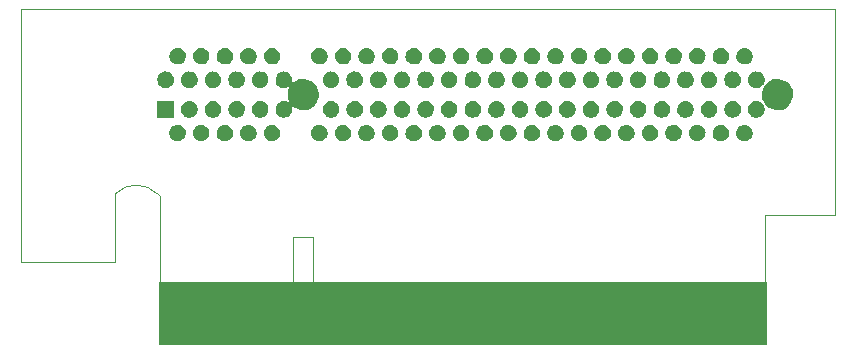
<source format=gts>
G04 #@! TF.FileFunction,Soldermask,Top*
%FSLAX46Y46*%
G04 Gerber Fmt 4.6, Leading zero omitted, Abs format (unit mm)*
G04 Created by KiCad (PCBNEW 4.0.2+e4-6225~38~ubuntu14.04.1-stable) date Wed Aug  3 16:15:20 2016*
%MOMM*%
G01*
G04 APERTURE LIST*
%ADD10C,0.350000*%
%ADD11C,0.100000*%
G04 APERTURE END LIST*
D10*
D11*
X174000000Y-175677360D02*
X173750000Y-175427360D01*
X174000000Y-175720060D02*
X174000000Y-188150000D01*
X185250000Y-179150000D02*
X185250000Y-188150000D01*
X162250000Y-159804100D02*
X162250000Y-181250000D01*
X170225720Y-175488600D02*
X170225720Y-181250000D01*
X170172380Y-181250000D02*
X162250000Y-181250000D01*
X225247200Y-177250000D02*
X231165400Y-177250000D01*
X231162860Y-159804100D02*
X162250000Y-159804100D01*
X231165400Y-177241200D02*
X231165400Y-159806640D01*
X225250000Y-177250000D02*
X225250000Y-177500000D01*
X185250000Y-188150000D02*
X174000000Y-188150000D01*
X187000000Y-179150000D02*
X185250000Y-179150000D01*
X187000000Y-188150000D02*
X187000000Y-179150000D01*
X225250000Y-188150000D02*
X187000000Y-188150000D01*
X225250000Y-177250000D02*
X225250000Y-188150000D01*
X173795515Y-175473408D02*
G75*
G03X170265240Y-175442600I-1780275J-1719192D01*
G01*
D10*
G36*
X225400000Y-188300000D02*
X173900000Y-188300000D01*
X173900000Y-182900000D01*
X225400000Y-182900000D01*
X225400000Y-188300000D01*
X225400000Y-188300000D01*
G37*
G36*
X201580122Y-169606263D02*
X201714599Y-169633867D01*
X201841148Y-169687063D01*
X201954962Y-169763832D01*
X202051688Y-169861235D01*
X202127658Y-169975580D01*
X202179969Y-170102496D01*
X202206529Y-170236634D01*
X202206529Y-170236650D01*
X202206630Y-170237161D01*
X202204441Y-170393958D01*
X202204325Y-170394467D01*
X202204325Y-170394486D01*
X202174031Y-170527824D01*
X202118195Y-170653235D01*
X202039065Y-170765408D01*
X201939651Y-170860079D01*
X201823741Y-170933638D01*
X201695756Y-170983279D01*
X201560563Y-171007118D01*
X201423315Y-171004242D01*
X201289241Y-170974765D01*
X201163444Y-170919805D01*
X201050720Y-170841460D01*
X200955356Y-170742708D01*
X200880993Y-170627319D01*
X200830457Y-170499680D01*
X200805676Y-170364661D01*
X200807594Y-170227392D01*
X200836135Y-170093114D01*
X200890212Y-169966943D01*
X200967774Y-169853667D01*
X201065853Y-169757622D01*
X201180723Y-169682451D01*
X201308003Y-169631027D01*
X201442849Y-169605304D01*
X201580122Y-169606263D01*
X201580122Y-169606263D01*
G37*
G36*
X207580122Y-169606263D02*
X207714599Y-169633867D01*
X207841148Y-169687063D01*
X207954962Y-169763832D01*
X208051688Y-169861235D01*
X208127658Y-169975580D01*
X208179969Y-170102496D01*
X208206529Y-170236634D01*
X208206529Y-170236650D01*
X208206630Y-170237161D01*
X208204441Y-170393958D01*
X208204325Y-170394467D01*
X208204325Y-170394486D01*
X208174031Y-170527824D01*
X208118195Y-170653235D01*
X208039065Y-170765408D01*
X207939651Y-170860079D01*
X207823741Y-170933638D01*
X207695756Y-170983279D01*
X207560563Y-171007118D01*
X207423315Y-171004242D01*
X207289241Y-170974765D01*
X207163444Y-170919805D01*
X207050720Y-170841460D01*
X206955356Y-170742708D01*
X206880993Y-170627319D01*
X206830457Y-170499680D01*
X206805676Y-170364661D01*
X206807594Y-170227392D01*
X206836135Y-170093114D01*
X206890212Y-169966943D01*
X206967774Y-169853667D01*
X207065853Y-169757622D01*
X207180723Y-169682451D01*
X207308003Y-169631027D01*
X207442849Y-169605304D01*
X207580122Y-169606263D01*
X207580122Y-169606263D01*
G37*
G36*
X213580122Y-169606263D02*
X213714599Y-169633867D01*
X213841148Y-169687063D01*
X213954962Y-169763832D01*
X214051688Y-169861235D01*
X214127658Y-169975580D01*
X214179969Y-170102496D01*
X214206529Y-170236634D01*
X214206529Y-170236650D01*
X214206630Y-170237161D01*
X214204441Y-170393958D01*
X214204325Y-170394467D01*
X214204325Y-170394486D01*
X214174031Y-170527824D01*
X214118195Y-170653235D01*
X214039065Y-170765408D01*
X213939651Y-170860079D01*
X213823741Y-170933638D01*
X213695756Y-170983279D01*
X213560563Y-171007118D01*
X213423315Y-171004242D01*
X213289241Y-170974765D01*
X213163444Y-170919805D01*
X213050720Y-170841460D01*
X212955356Y-170742708D01*
X212880993Y-170627319D01*
X212830457Y-170499680D01*
X212805676Y-170364661D01*
X212807594Y-170227392D01*
X212836135Y-170093114D01*
X212890212Y-169966943D01*
X212967774Y-169853667D01*
X213065853Y-169757622D01*
X213180723Y-169682451D01*
X213308003Y-169631027D01*
X213442849Y-169605304D01*
X213580122Y-169606263D01*
X213580122Y-169606263D01*
G37*
G36*
X209580122Y-169606263D02*
X209714599Y-169633867D01*
X209841148Y-169687063D01*
X209954962Y-169763832D01*
X210051688Y-169861235D01*
X210127658Y-169975580D01*
X210179969Y-170102496D01*
X210206529Y-170236634D01*
X210206529Y-170236650D01*
X210206630Y-170237161D01*
X210204441Y-170393958D01*
X210204325Y-170394467D01*
X210204325Y-170394486D01*
X210174031Y-170527824D01*
X210118195Y-170653235D01*
X210039065Y-170765408D01*
X209939651Y-170860079D01*
X209823741Y-170933638D01*
X209695756Y-170983279D01*
X209560563Y-171007118D01*
X209423315Y-171004242D01*
X209289241Y-170974765D01*
X209163444Y-170919805D01*
X209050720Y-170841460D01*
X208955356Y-170742708D01*
X208880993Y-170627319D01*
X208830457Y-170499680D01*
X208805676Y-170364661D01*
X208807594Y-170227392D01*
X208836135Y-170093114D01*
X208890212Y-169966943D01*
X208967774Y-169853667D01*
X209065853Y-169757622D01*
X209180723Y-169682451D01*
X209308003Y-169631027D01*
X209442849Y-169605304D01*
X209580122Y-169606263D01*
X209580122Y-169606263D01*
G37*
G36*
X205580122Y-169606263D02*
X205714599Y-169633867D01*
X205841148Y-169687063D01*
X205954962Y-169763832D01*
X206051688Y-169861235D01*
X206127658Y-169975580D01*
X206179969Y-170102496D01*
X206206529Y-170236634D01*
X206206529Y-170236650D01*
X206206630Y-170237161D01*
X206204441Y-170393958D01*
X206204325Y-170394467D01*
X206204325Y-170394486D01*
X206174031Y-170527824D01*
X206118195Y-170653235D01*
X206039065Y-170765408D01*
X205939651Y-170860079D01*
X205823741Y-170933638D01*
X205695756Y-170983279D01*
X205560563Y-171007118D01*
X205423315Y-171004242D01*
X205289241Y-170974765D01*
X205163444Y-170919805D01*
X205050720Y-170841460D01*
X204955356Y-170742708D01*
X204880993Y-170627319D01*
X204830457Y-170499680D01*
X204805676Y-170364661D01*
X204807594Y-170227392D01*
X204836135Y-170093114D01*
X204890212Y-169966943D01*
X204967774Y-169853667D01*
X205065853Y-169757622D01*
X205180723Y-169682451D01*
X205308003Y-169631027D01*
X205442849Y-169605304D01*
X205580122Y-169606263D01*
X205580122Y-169606263D01*
G37*
G36*
X175580122Y-169606263D02*
X175714599Y-169633867D01*
X175841148Y-169687063D01*
X175954962Y-169763832D01*
X176051688Y-169861235D01*
X176127658Y-169975580D01*
X176179969Y-170102496D01*
X176206529Y-170236634D01*
X176206529Y-170236650D01*
X176206630Y-170237161D01*
X176204441Y-170393958D01*
X176204325Y-170394467D01*
X176204325Y-170394486D01*
X176174031Y-170527824D01*
X176118195Y-170653235D01*
X176039065Y-170765408D01*
X175939651Y-170860079D01*
X175823741Y-170933638D01*
X175695756Y-170983279D01*
X175560563Y-171007118D01*
X175423315Y-171004242D01*
X175289241Y-170974765D01*
X175163444Y-170919805D01*
X175050720Y-170841460D01*
X174955356Y-170742708D01*
X174880993Y-170627319D01*
X174830457Y-170499680D01*
X174805676Y-170364661D01*
X174807594Y-170227392D01*
X174836135Y-170093114D01*
X174890212Y-169966943D01*
X174967774Y-169853667D01*
X175065853Y-169757622D01*
X175180723Y-169682451D01*
X175308003Y-169631027D01*
X175442849Y-169605304D01*
X175580122Y-169606263D01*
X175580122Y-169606263D01*
G37*
G36*
X211580122Y-169606263D02*
X211714599Y-169633867D01*
X211841148Y-169687063D01*
X211954962Y-169763832D01*
X212051688Y-169861235D01*
X212127658Y-169975580D01*
X212179969Y-170102496D01*
X212206529Y-170236634D01*
X212206529Y-170236650D01*
X212206630Y-170237161D01*
X212204441Y-170393958D01*
X212204325Y-170394467D01*
X212204325Y-170394486D01*
X212174031Y-170527824D01*
X212118195Y-170653235D01*
X212039065Y-170765408D01*
X211939651Y-170860079D01*
X211823741Y-170933638D01*
X211695756Y-170983279D01*
X211560563Y-171007118D01*
X211423315Y-171004242D01*
X211289241Y-170974765D01*
X211163444Y-170919805D01*
X211050720Y-170841460D01*
X210955356Y-170742708D01*
X210880993Y-170627319D01*
X210830457Y-170499680D01*
X210805676Y-170364661D01*
X210807594Y-170227392D01*
X210836135Y-170093114D01*
X210890212Y-169966943D01*
X210967774Y-169853667D01*
X211065853Y-169757622D01*
X211180723Y-169682451D01*
X211308003Y-169631027D01*
X211442849Y-169605304D01*
X211580122Y-169606263D01*
X211580122Y-169606263D01*
G37*
G36*
X215580122Y-169606263D02*
X215714599Y-169633867D01*
X215841148Y-169687063D01*
X215954962Y-169763832D01*
X216051688Y-169861235D01*
X216127658Y-169975580D01*
X216179969Y-170102496D01*
X216206529Y-170236634D01*
X216206529Y-170236650D01*
X216206630Y-170237161D01*
X216204441Y-170393958D01*
X216204325Y-170394467D01*
X216204325Y-170394486D01*
X216174031Y-170527824D01*
X216118195Y-170653235D01*
X216039065Y-170765408D01*
X215939651Y-170860079D01*
X215823741Y-170933638D01*
X215695756Y-170983279D01*
X215560563Y-171007118D01*
X215423315Y-171004242D01*
X215289241Y-170974765D01*
X215163444Y-170919805D01*
X215050720Y-170841460D01*
X214955356Y-170742708D01*
X214880993Y-170627319D01*
X214830457Y-170499680D01*
X214805676Y-170364661D01*
X214807594Y-170227392D01*
X214836135Y-170093114D01*
X214890212Y-169966943D01*
X214967774Y-169853667D01*
X215065853Y-169757622D01*
X215180723Y-169682451D01*
X215308003Y-169631027D01*
X215442849Y-169605304D01*
X215580122Y-169606263D01*
X215580122Y-169606263D01*
G37*
G36*
X217580122Y-169606263D02*
X217714599Y-169633867D01*
X217841148Y-169687063D01*
X217954962Y-169763832D01*
X218051688Y-169861235D01*
X218127658Y-169975580D01*
X218179969Y-170102496D01*
X218206529Y-170236634D01*
X218206529Y-170236650D01*
X218206630Y-170237161D01*
X218204441Y-170393958D01*
X218204325Y-170394467D01*
X218204325Y-170394486D01*
X218174031Y-170527824D01*
X218118195Y-170653235D01*
X218039065Y-170765408D01*
X217939651Y-170860079D01*
X217823741Y-170933638D01*
X217695756Y-170983279D01*
X217560563Y-171007118D01*
X217423315Y-171004242D01*
X217289241Y-170974765D01*
X217163444Y-170919805D01*
X217050720Y-170841460D01*
X216955356Y-170742708D01*
X216880993Y-170627319D01*
X216830457Y-170499680D01*
X216805676Y-170364661D01*
X216807594Y-170227392D01*
X216836135Y-170093114D01*
X216890212Y-169966943D01*
X216967774Y-169853667D01*
X217065853Y-169757622D01*
X217180723Y-169682451D01*
X217308003Y-169631027D01*
X217442849Y-169605304D01*
X217580122Y-169606263D01*
X217580122Y-169606263D01*
G37*
G36*
X219580122Y-169606263D02*
X219714599Y-169633867D01*
X219841148Y-169687063D01*
X219954962Y-169763832D01*
X220051688Y-169861235D01*
X220127658Y-169975580D01*
X220179969Y-170102496D01*
X220206529Y-170236634D01*
X220206529Y-170236650D01*
X220206630Y-170237161D01*
X220204441Y-170393958D01*
X220204325Y-170394467D01*
X220204325Y-170394486D01*
X220174031Y-170527824D01*
X220118195Y-170653235D01*
X220039065Y-170765408D01*
X219939651Y-170860079D01*
X219823741Y-170933638D01*
X219695756Y-170983279D01*
X219560563Y-171007118D01*
X219423315Y-171004242D01*
X219289241Y-170974765D01*
X219163444Y-170919805D01*
X219050720Y-170841460D01*
X218955356Y-170742708D01*
X218880993Y-170627319D01*
X218830457Y-170499680D01*
X218805676Y-170364661D01*
X218807594Y-170227392D01*
X218836135Y-170093114D01*
X218890212Y-169966943D01*
X218967774Y-169853667D01*
X219065853Y-169757622D01*
X219180723Y-169682451D01*
X219308003Y-169631027D01*
X219442849Y-169605304D01*
X219580122Y-169606263D01*
X219580122Y-169606263D01*
G37*
G36*
X221580122Y-169606263D02*
X221714599Y-169633867D01*
X221841148Y-169687063D01*
X221954962Y-169763832D01*
X222051688Y-169861235D01*
X222127658Y-169975580D01*
X222179969Y-170102496D01*
X222206529Y-170236634D01*
X222206529Y-170236650D01*
X222206630Y-170237161D01*
X222204441Y-170393958D01*
X222204325Y-170394467D01*
X222204325Y-170394486D01*
X222174031Y-170527824D01*
X222118195Y-170653235D01*
X222039065Y-170765408D01*
X221939651Y-170860079D01*
X221823741Y-170933638D01*
X221695756Y-170983279D01*
X221560563Y-171007118D01*
X221423315Y-171004242D01*
X221289241Y-170974765D01*
X221163444Y-170919805D01*
X221050720Y-170841460D01*
X220955356Y-170742708D01*
X220880993Y-170627319D01*
X220830457Y-170499680D01*
X220805676Y-170364661D01*
X220807594Y-170227392D01*
X220836135Y-170093114D01*
X220890212Y-169966943D01*
X220967774Y-169853667D01*
X221065853Y-169757622D01*
X221180723Y-169682451D01*
X221308003Y-169631027D01*
X221442849Y-169605304D01*
X221580122Y-169606263D01*
X221580122Y-169606263D01*
G37*
G36*
X223580122Y-169606263D02*
X223714599Y-169633867D01*
X223841148Y-169687063D01*
X223954962Y-169763832D01*
X224051688Y-169861235D01*
X224127658Y-169975580D01*
X224179969Y-170102496D01*
X224206529Y-170236634D01*
X224206529Y-170236650D01*
X224206630Y-170237161D01*
X224204441Y-170393958D01*
X224204325Y-170394467D01*
X224204325Y-170394486D01*
X224174031Y-170527824D01*
X224118195Y-170653235D01*
X224039065Y-170765408D01*
X223939651Y-170860079D01*
X223823741Y-170933638D01*
X223695756Y-170983279D01*
X223560563Y-171007118D01*
X223423315Y-171004242D01*
X223289241Y-170974765D01*
X223163444Y-170919805D01*
X223050720Y-170841460D01*
X222955356Y-170742708D01*
X222880993Y-170627319D01*
X222830457Y-170499680D01*
X222805676Y-170364661D01*
X222807594Y-170227392D01*
X222836135Y-170093114D01*
X222890212Y-169966943D01*
X222967774Y-169853667D01*
X223065853Y-169757622D01*
X223180723Y-169682451D01*
X223308003Y-169631027D01*
X223442849Y-169605304D01*
X223580122Y-169606263D01*
X223580122Y-169606263D01*
G37*
G36*
X199580122Y-169606263D02*
X199714599Y-169633867D01*
X199841148Y-169687063D01*
X199954962Y-169763832D01*
X200051688Y-169861235D01*
X200127658Y-169975580D01*
X200179969Y-170102496D01*
X200206529Y-170236634D01*
X200206529Y-170236650D01*
X200206630Y-170237161D01*
X200204441Y-170393958D01*
X200204325Y-170394467D01*
X200204325Y-170394486D01*
X200174031Y-170527824D01*
X200118195Y-170653235D01*
X200039065Y-170765408D01*
X199939651Y-170860079D01*
X199823741Y-170933638D01*
X199695756Y-170983279D01*
X199560563Y-171007118D01*
X199423315Y-171004242D01*
X199289241Y-170974765D01*
X199163444Y-170919805D01*
X199050720Y-170841460D01*
X198955356Y-170742708D01*
X198880993Y-170627319D01*
X198830457Y-170499680D01*
X198805676Y-170364661D01*
X198807594Y-170227392D01*
X198836135Y-170093114D01*
X198890212Y-169966943D01*
X198967774Y-169853667D01*
X199065853Y-169757622D01*
X199180723Y-169682451D01*
X199308003Y-169631027D01*
X199442849Y-169605304D01*
X199580122Y-169606263D01*
X199580122Y-169606263D01*
G37*
G36*
X203580122Y-169606263D02*
X203714599Y-169633867D01*
X203841148Y-169687063D01*
X203954962Y-169763832D01*
X204051688Y-169861235D01*
X204127658Y-169975580D01*
X204179969Y-170102496D01*
X204206529Y-170236634D01*
X204206529Y-170236650D01*
X204206630Y-170237161D01*
X204204441Y-170393958D01*
X204204325Y-170394467D01*
X204204325Y-170394486D01*
X204174031Y-170527824D01*
X204118195Y-170653235D01*
X204039065Y-170765408D01*
X203939651Y-170860079D01*
X203823741Y-170933638D01*
X203695756Y-170983279D01*
X203560563Y-171007118D01*
X203423315Y-171004242D01*
X203289241Y-170974765D01*
X203163444Y-170919805D01*
X203050720Y-170841460D01*
X202955356Y-170742708D01*
X202880993Y-170627319D01*
X202830457Y-170499680D01*
X202805676Y-170364661D01*
X202807594Y-170227392D01*
X202836135Y-170093114D01*
X202890212Y-169966943D01*
X202967774Y-169853667D01*
X203065853Y-169757622D01*
X203180723Y-169682451D01*
X203308003Y-169631027D01*
X203442849Y-169605304D01*
X203580122Y-169606263D01*
X203580122Y-169606263D01*
G37*
G36*
X177580122Y-169606263D02*
X177714599Y-169633867D01*
X177841148Y-169687063D01*
X177954962Y-169763832D01*
X178051688Y-169861235D01*
X178127658Y-169975580D01*
X178179969Y-170102496D01*
X178206529Y-170236634D01*
X178206529Y-170236650D01*
X178206630Y-170237161D01*
X178204441Y-170393958D01*
X178204325Y-170394467D01*
X178204325Y-170394486D01*
X178174031Y-170527824D01*
X178118195Y-170653235D01*
X178039065Y-170765408D01*
X177939651Y-170860079D01*
X177823741Y-170933638D01*
X177695756Y-170983279D01*
X177560563Y-171007118D01*
X177423315Y-171004242D01*
X177289241Y-170974765D01*
X177163444Y-170919805D01*
X177050720Y-170841460D01*
X176955356Y-170742708D01*
X176880993Y-170627319D01*
X176830457Y-170499680D01*
X176805676Y-170364661D01*
X176807594Y-170227392D01*
X176836135Y-170093114D01*
X176890212Y-169966943D01*
X176967774Y-169853667D01*
X177065853Y-169757622D01*
X177180723Y-169682451D01*
X177308003Y-169631027D01*
X177442849Y-169605304D01*
X177580122Y-169606263D01*
X177580122Y-169606263D01*
G37*
G36*
X179580122Y-169606263D02*
X179714599Y-169633867D01*
X179841148Y-169687063D01*
X179954962Y-169763832D01*
X180051688Y-169861235D01*
X180127658Y-169975580D01*
X180179969Y-170102496D01*
X180206529Y-170236634D01*
X180206529Y-170236650D01*
X180206630Y-170237161D01*
X180204441Y-170393958D01*
X180204325Y-170394467D01*
X180204325Y-170394486D01*
X180174031Y-170527824D01*
X180118195Y-170653235D01*
X180039065Y-170765408D01*
X179939651Y-170860079D01*
X179823741Y-170933638D01*
X179695756Y-170983279D01*
X179560563Y-171007118D01*
X179423315Y-171004242D01*
X179289241Y-170974765D01*
X179163444Y-170919805D01*
X179050720Y-170841460D01*
X178955356Y-170742708D01*
X178880993Y-170627319D01*
X178830457Y-170499680D01*
X178805676Y-170364661D01*
X178807594Y-170227392D01*
X178836135Y-170093114D01*
X178890212Y-169966943D01*
X178967774Y-169853667D01*
X179065853Y-169757622D01*
X179180723Y-169682451D01*
X179308003Y-169631027D01*
X179442849Y-169605304D01*
X179580122Y-169606263D01*
X179580122Y-169606263D01*
G37*
G36*
X181580122Y-169606263D02*
X181714599Y-169633867D01*
X181841148Y-169687063D01*
X181954962Y-169763832D01*
X182051688Y-169861235D01*
X182127658Y-169975580D01*
X182179969Y-170102496D01*
X182206529Y-170236634D01*
X182206529Y-170236650D01*
X182206630Y-170237161D01*
X182204441Y-170393958D01*
X182204325Y-170394467D01*
X182204325Y-170394486D01*
X182174031Y-170527824D01*
X182118195Y-170653235D01*
X182039065Y-170765408D01*
X181939651Y-170860079D01*
X181823741Y-170933638D01*
X181695756Y-170983279D01*
X181560563Y-171007118D01*
X181423315Y-171004242D01*
X181289241Y-170974765D01*
X181163444Y-170919805D01*
X181050720Y-170841460D01*
X180955356Y-170742708D01*
X180880993Y-170627319D01*
X180830457Y-170499680D01*
X180805676Y-170364661D01*
X180807594Y-170227392D01*
X180836135Y-170093114D01*
X180890212Y-169966943D01*
X180967774Y-169853667D01*
X181065853Y-169757622D01*
X181180723Y-169682451D01*
X181308003Y-169631027D01*
X181442849Y-169605304D01*
X181580122Y-169606263D01*
X181580122Y-169606263D01*
G37*
G36*
X183580122Y-169606263D02*
X183714599Y-169633867D01*
X183841148Y-169687063D01*
X183954962Y-169763832D01*
X184051688Y-169861235D01*
X184127658Y-169975580D01*
X184179969Y-170102496D01*
X184206529Y-170236634D01*
X184206529Y-170236650D01*
X184206630Y-170237161D01*
X184204441Y-170393958D01*
X184204325Y-170394467D01*
X184204325Y-170394486D01*
X184174031Y-170527824D01*
X184118195Y-170653235D01*
X184039065Y-170765408D01*
X183939651Y-170860079D01*
X183823741Y-170933638D01*
X183695756Y-170983279D01*
X183560563Y-171007118D01*
X183423315Y-171004242D01*
X183289241Y-170974765D01*
X183163444Y-170919805D01*
X183050720Y-170841460D01*
X182955356Y-170742708D01*
X182880993Y-170627319D01*
X182830457Y-170499680D01*
X182805676Y-170364661D01*
X182807594Y-170227392D01*
X182836135Y-170093114D01*
X182890212Y-169966943D01*
X182967774Y-169853667D01*
X183065853Y-169757622D01*
X183180723Y-169682451D01*
X183308003Y-169631027D01*
X183442849Y-169605304D01*
X183580122Y-169606263D01*
X183580122Y-169606263D01*
G37*
G36*
X187580122Y-169606263D02*
X187714599Y-169633867D01*
X187841148Y-169687063D01*
X187954962Y-169763832D01*
X188051688Y-169861235D01*
X188127658Y-169975580D01*
X188179969Y-170102496D01*
X188206529Y-170236634D01*
X188206529Y-170236650D01*
X188206630Y-170237161D01*
X188204441Y-170393958D01*
X188204325Y-170394467D01*
X188204325Y-170394486D01*
X188174031Y-170527824D01*
X188118195Y-170653235D01*
X188039065Y-170765408D01*
X187939651Y-170860079D01*
X187823741Y-170933638D01*
X187695756Y-170983279D01*
X187560563Y-171007118D01*
X187423315Y-171004242D01*
X187289241Y-170974765D01*
X187163444Y-170919805D01*
X187050720Y-170841460D01*
X186955356Y-170742708D01*
X186880993Y-170627319D01*
X186830457Y-170499680D01*
X186805676Y-170364661D01*
X186807594Y-170227392D01*
X186836135Y-170093114D01*
X186890212Y-169966943D01*
X186967774Y-169853667D01*
X187065853Y-169757622D01*
X187180723Y-169682451D01*
X187308003Y-169631027D01*
X187442849Y-169605304D01*
X187580122Y-169606263D01*
X187580122Y-169606263D01*
G37*
G36*
X189580122Y-169606263D02*
X189714599Y-169633867D01*
X189841148Y-169687063D01*
X189954962Y-169763832D01*
X190051688Y-169861235D01*
X190127658Y-169975580D01*
X190179969Y-170102496D01*
X190206529Y-170236634D01*
X190206529Y-170236650D01*
X190206630Y-170237161D01*
X190204441Y-170393958D01*
X190204325Y-170394467D01*
X190204325Y-170394486D01*
X190174031Y-170527824D01*
X190118195Y-170653235D01*
X190039065Y-170765408D01*
X189939651Y-170860079D01*
X189823741Y-170933638D01*
X189695756Y-170983279D01*
X189560563Y-171007118D01*
X189423315Y-171004242D01*
X189289241Y-170974765D01*
X189163444Y-170919805D01*
X189050720Y-170841460D01*
X188955356Y-170742708D01*
X188880993Y-170627319D01*
X188830457Y-170499680D01*
X188805676Y-170364661D01*
X188807594Y-170227392D01*
X188836135Y-170093114D01*
X188890212Y-169966943D01*
X188967774Y-169853667D01*
X189065853Y-169757622D01*
X189180723Y-169682451D01*
X189308003Y-169631027D01*
X189442849Y-169605304D01*
X189580122Y-169606263D01*
X189580122Y-169606263D01*
G37*
G36*
X191580122Y-169606263D02*
X191714599Y-169633867D01*
X191841148Y-169687063D01*
X191954962Y-169763832D01*
X192051688Y-169861235D01*
X192127658Y-169975580D01*
X192179969Y-170102496D01*
X192206529Y-170236634D01*
X192206529Y-170236650D01*
X192206630Y-170237161D01*
X192204441Y-170393958D01*
X192204325Y-170394467D01*
X192204325Y-170394486D01*
X192174031Y-170527824D01*
X192118195Y-170653235D01*
X192039065Y-170765408D01*
X191939651Y-170860079D01*
X191823741Y-170933638D01*
X191695756Y-170983279D01*
X191560563Y-171007118D01*
X191423315Y-171004242D01*
X191289241Y-170974765D01*
X191163444Y-170919805D01*
X191050720Y-170841460D01*
X190955356Y-170742708D01*
X190880993Y-170627319D01*
X190830457Y-170499680D01*
X190805676Y-170364661D01*
X190807594Y-170227392D01*
X190836135Y-170093114D01*
X190890212Y-169966943D01*
X190967774Y-169853667D01*
X191065853Y-169757622D01*
X191180723Y-169682451D01*
X191308003Y-169631027D01*
X191442849Y-169605304D01*
X191580122Y-169606263D01*
X191580122Y-169606263D01*
G37*
G36*
X193580122Y-169606263D02*
X193714599Y-169633867D01*
X193841148Y-169687063D01*
X193954962Y-169763832D01*
X194051688Y-169861235D01*
X194127658Y-169975580D01*
X194179969Y-170102496D01*
X194206529Y-170236634D01*
X194206529Y-170236650D01*
X194206630Y-170237161D01*
X194204441Y-170393958D01*
X194204325Y-170394467D01*
X194204325Y-170394486D01*
X194174031Y-170527824D01*
X194118195Y-170653235D01*
X194039065Y-170765408D01*
X193939651Y-170860079D01*
X193823741Y-170933638D01*
X193695756Y-170983279D01*
X193560563Y-171007118D01*
X193423315Y-171004242D01*
X193289241Y-170974765D01*
X193163444Y-170919805D01*
X193050720Y-170841460D01*
X192955356Y-170742708D01*
X192880993Y-170627319D01*
X192830457Y-170499680D01*
X192805676Y-170364661D01*
X192807594Y-170227392D01*
X192836135Y-170093114D01*
X192890212Y-169966943D01*
X192967774Y-169853667D01*
X193065853Y-169757622D01*
X193180723Y-169682451D01*
X193308003Y-169631027D01*
X193442849Y-169605304D01*
X193580122Y-169606263D01*
X193580122Y-169606263D01*
G37*
G36*
X195580122Y-169606263D02*
X195714599Y-169633867D01*
X195841148Y-169687063D01*
X195954962Y-169763832D01*
X196051688Y-169861235D01*
X196127658Y-169975580D01*
X196179969Y-170102496D01*
X196206529Y-170236634D01*
X196206529Y-170236650D01*
X196206630Y-170237161D01*
X196204441Y-170393958D01*
X196204325Y-170394467D01*
X196204325Y-170394486D01*
X196174031Y-170527824D01*
X196118195Y-170653235D01*
X196039065Y-170765408D01*
X195939651Y-170860079D01*
X195823741Y-170933638D01*
X195695756Y-170983279D01*
X195560563Y-171007118D01*
X195423315Y-171004242D01*
X195289241Y-170974765D01*
X195163444Y-170919805D01*
X195050720Y-170841460D01*
X194955356Y-170742708D01*
X194880993Y-170627319D01*
X194830457Y-170499680D01*
X194805676Y-170364661D01*
X194807594Y-170227392D01*
X194836135Y-170093114D01*
X194890212Y-169966943D01*
X194967774Y-169853667D01*
X195065853Y-169757622D01*
X195180723Y-169682451D01*
X195308003Y-169631027D01*
X195442849Y-169605304D01*
X195580122Y-169606263D01*
X195580122Y-169606263D01*
G37*
G36*
X197580122Y-169606263D02*
X197714599Y-169633867D01*
X197841148Y-169687063D01*
X197954962Y-169763832D01*
X198051688Y-169861235D01*
X198127658Y-169975580D01*
X198179969Y-170102496D01*
X198206529Y-170236634D01*
X198206529Y-170236650D01*
X198206630Y-170237161D01*
X198204441Y-170393958D01*
X198204325Y-170394467D01*
X198204325Y-170394486D01*
X198174031Y-170527824D01*
X198118195Y-170653235D01*
X198039065Y-170765408D01*
X197939651Y-170860079D01*
X197823741Y-170933638D01*
X197695756Y-170983279D01*
X197560563Y-171007118D01*
X197423315Y-171004242D01*
X197289241Y-170974765D01*
X197163444Y-170919805D01*
X197050720Y-170841460D01*
X196955356Y-170742708D01*
X196880993Y-170627319D01*
X196830457Y-170499680D01*
X196805676Y-170364661D01*
X196807594Y-170227392D01*
X196836135Y-170093114D01*
X196890212Y-169966943D01*
X196967774Y-169853667D01*
X197065853Y-169757622D01*
X197180723Y-169682451D01*
X197308003Y-169631027D01*
X197442849Y-169605304D01*
X197580122Y-169606263D01*
X197580122Y-169606263D01*
G37*
G36*
X176580122Y-167606263D02*
X176714599Y-167633867D01*
X176841148Y-167687063D01*
X176954962Y-167763832D01*
X177051688Y-167861235D01*
X177127658Y-167975580D01*
X177179969Y-168102496D01*
X177206529Y-168236634D01*
X177206529Y-168236650D01*
X177206630Y-168237161D01*
X177204441Y-168393958D01*
X177204325Y-168394467D01*
X177204325Y-168394486D01*
X177174031Y-168527824D01*
X177118195Y-168653235D01*
X177039065Y-168765408D01*
X176939651Y-168860079D01*
X176823741Y-168933638D01*
X176695756Y-168983279D01*
X176560563Y-169007118D01*
X176423315Y-169004242D01*
X176289241Y-168974765D01*
X176163444Y-168919805D01*
X176050720Y-168841460D01*
X175955356Y-168742708D01*
X175880993Y-168627319D01*
X175830457Y-168499680D01*
X175805676Y-168364661D01*
X175807594Y-168227392D01*
X175836135Y-168093114D01*
X175890212Y-167966943D01*
X175967774Y-167853667D01*
X176065853Y-167757622D01*
X176180723Y-167682451D01*
X176308003Y-167631027D01*
X176442849Y-167605304D01*
X176580122Y-167606263D01*
X176580122Y-167606263D01*
G37*
G36*
X180580122Y-167606263D02*
X180714599Y-167633867D01*
X180841148Y-167687063D01*
X180954962Y-167763832D01*
X181051688Y-167861235D01*
X181127658Y-167975580D01*
X181179969Y-168102496D01*
X181206529Y-168236634D01*
X181206529Y-168236650D01*
X181206630Y-168237161D01*
X181204441Y-168393958D01*
X181204325Y-168394467D01*
X181204325Y-168394486D01*
X181174031Y-168527824D01*
X181118195Y-168653235D01*
X181039065Y-168765408D01*
X180939651Y-168860079D01*
X180823741Y-168933638D01*
X180695756Y-168983279D01*
X180560563Y-169007118D01*
X180423315Y-169004242D01*
X180289241Y-168974765D01*
X180163444Y-168919805D01*
X180050720Y-168841460D01*
X179955356Y-168742708D01*
X179880993Y-168627319D01*
X179830457Y-168499680D01*
X179805676Y-168364661D01*
X179807594Y-168227392D01*
X179836135Y-168093114D01*
X179890212Y-167966943D01*
X179967774Y-167853667D01*
X180065853Y-167757622D01*
X180180723Y-167682451D01*
X180308003Y-167631027D01*
X180442849Y-167605304D01*
X180580122Y-167606263D01*
X180580122Y-167606263D01*
G37*
G36*
X206580122Y-167606263D02*
X206714599Y-167633867D01*
X206841148Y-167687063D01*
X206954962Y-167763832D01*
X207051688Y-167861235D01*
X207127658Y-167975580D01*
X207179969Y-168102496D01*
X207206529Y-168236634D01*
X207206529Y-168236650D01*
X207206630Y-168237161D01*
X207204441Y-168393958D01*
X207204325Y-168394467D01*
X207204325Y-168394486D01*
X207174031Y-168527824D01*
X207118195Y-168653235D01*
X207039065Y-168765408D01*
X206939651Y-168860079D01*
X206823741Y-168933638D01*
X206695756Y-168983279D01*
X206560563Y-169007118D01*
X206423315Y-169004242D01*
X206289241Y-168974765D01*
X206163444Y-168919805D01*
X206050720Y-168841460D01*
X205955356Y-168742708D01*
X205880993Y-168627319D01*
X205830457Y-168499680D01*
X205805676Y-168364661D01*
X205807594Y-168227392D01*
X205836135Y-168093114D01*
X205890212Y-167966943D01*
X205967774Y-167853667D01*
X206065853Y-167757622D01*
X206180723Y-167682451D01*
X206308003Y-167631027D01*
X206442849Y-167605304D01*
X206580122Y-167606263D01*
X206580122Y-167606263D01*
G37*
G36*
X208580122Y-167606263D02*
X208714599Y-167633867D01*
X208841148Y-167687063D01*
X208954962Y-167763832D01*
X209051688Y-167861235D01*
X209127658Y-167975580D01*
X209179969Y-168102496D01*
X209206529Y-168236634D01*
X209206529Y-168236650D01*
X209206630Y-168237161D01*
X209204441Y-168393958D01*
X209204325Y-168394467D01*
X209204325Y-168394486D01*
X209174031Y-168527824D01*
X209118195Y-168653235D01*
X209039065Y-168765408D01*
X208939651Y-168860079D01*
X208823741Y-168933638D01*
X208695756Y-168983279D01*
X208560563Y-169007118D01*
X208423315Y-169004242D01*
X208289241Y-168974765D01*
X208163444Y-168919805D01*
X208050720Y-168841460D01*
X207955356Y-168742708D01*
X207880993Y-168627319D01*
X207830457Y-168499680D01*
X207805676Y-168364661D01*
X207807594Y-168227392D01*
X207836135Y-168093114D01*
X207890212Y-167966943D01*
X207967774Y-167853667D01*
X208065853Y-167757622D01*
X208180723Y-167682451D01*
X208308003Y-167631027D01*
X208442849Y-167605304D01*
X208580122Y-167606263D01*
X208580122Y-167606263D01*
G37*
G36*
X210580122Y-167606263D02*
X210714599Y-167633867D01*
X210841148Y-167687063D01*
X210954962Y-167763832D01*
X211051688Y-167861235D01*
X211127658Y-167975580D01*
X211179969Y-168102496D01*
X211206529Y-168236634D01*
X211206529Y-168236650D01*
X211206630Y-168237161D01*
X211204441Y-168393958D01*
X211204325Y-168394467D01*
X211204325Y-168394486D01*
X211174031Y-168527824D01*
X211118195Y-168653235D01*
X211039065Y-168765408D01*
X210939651Y-168860079D01*
X210823741Y-168933638D01*
X210695756Y-168983279D01*
X210560563Y-169007118D01*
X210423315Y-169004242D01*
X210289241Y-168974765D01*
X210163444Y-168919805D01*
X210050720Y-168841460D01*
X209955356Y-168742708D01*
X209880993Y-168627319D01*
X209830457Y-168499680D01*
X209805676Y-168364661D01*
X209807594Y-168227392D01*
X209836135Y-168093114D01*
X209890212Y-167966943D01*
X209967774Y-167853667D01*
X210065853Y-167757622D01*
X210180723Y-167682451D01*
X210308003Y-167631027D01*
X210442849Y-167605304D01*
X210580122Y-167606263D01*
X210580122Y-167606263D01*
G37*
G36*
X212580122Y-167606263D02*
X212714599Y-167633867D01*
X212841148Y-167687063D01*
X212954962Y-167763832D01*
X213051688Y-167861235D01*
X213127658Y-167975580D01*
X213179969Y-168102496D01*
X213206529Y-168236634D01*
X213206529Y-168236650D01*
X213206630Y-168237161D01*
X213204441Y-168393958D01*
X213204325Y-168394467D01*
X213204325Y-168394486D01*
X213174031Y-168527824D01*
X213118195Y-168653235D01*
X213039065Y-168765408D01*
X212939651Y-168860079D01*
X212823741Y-168933638D01*
X212695756Y-168983279D01*
X212560563Y-169007118D01*
X212423315Y-169004242D01*
X212289241Y-168974765D01*
X212163444Y-168919805D01*
X212050720Y-168841460D01*
X211955356Y-168742708D01*
X211880993Y-168627319D01*
X211830457Y-168499680D01*
X211805676Y-168364661D01*
X211807594Y-168227392D01*
X211836135Y-168093114D01*
X211890212Y-167966943D01*
X211967774Y-167853667D01*
X212065853Y-167757622D01*
X212180723Y-167682451D01*
X212308003Y-167631027D01*
X212442849Y-167605304D01*
X212580122Y-167606263D01*
X212580122Y-167606263D01*
G37*
G36*
X214580122Y-167606263D02*
X214714599Y-167633867D01*
X214841148Y-167687063D01*
X214954962Y-167763832D01*
X215051688Y-167861235D01*
X215127658Y-167975580D01*
X215179969Y-168102496D01*
X215206529Y-168236634D01*
X215206529Y-168236650D01*
X215206630Y-168237161D01*
X215204441Y-168393958D01*
X215204325Y-168394467D01*
X215204325Y-168394486D01*
X215174031Y-168527824D01*
X215118195Y-168653235D01*
X215039065Y-168765408D01*
X214939651Y-168860079D01*
X214823741Y-168933638D01*
X214695756Y-168983279D01*
X214560563Y-169007118D01*
X214423315Y-169004242D01*
X214289241Y-168974765D01*
X214163444Y-168919805D01*
X214050720Y-168841460D01*
X213955356Y-168742708D01*
X213880993Y-168627319D01*
X213830457Y-168499680D01*
X213805676Y-168364661D01*
X213807594Y-168227392D01*
X213836135Y-168093114D01*
X213890212Y-167966943D01*
X213967774Y-167853667D01*
X214065853Y-167757622D01*
X214180723Y-167682451D01*
X214308003Y-167631027D01*
X214442849Y-167605304D01*
X214580122Y-167606263D01*
X214580122Y-167606263D01*
G37*
G36*
X216580122Y-167606263D02*
X216714599Y-167633867D01*
X216841148Y-167687063D01*
X216954962Y-167763832D01*
X217051688Y-167861235D01*
X217127658Y-167975580D01*
X217179969Y-168102496D01*
X217206529Y-168236634D01*
X217206529Y-168236650D01*
X217206630Y-168237161D01*
X217204441Y-168393958D01*
X217204325Y-168394467D01*
X217204325Y-168394486D01*
X217174031Y-168527824D01*
X217118195Y-168653235D01*
X217039065Y-168765408D01*
X216939651Y-168860079D01*
X216823741Y-168933638D01*
X216695756Y-168983279D01*
X216560563Y-169007118D01*
X216423315Y-169004242D01*
X216289241Y-168974765D01*
X216163444Y-168919805D01*
X216050720Y-168841460D01*
X215955356Y-168742708D01*
X215880993Y-168627319D01*
X215830457Y-168499680D01*
X215805676Y-168364661D01*
X215807594Y-168227392D01*
X215836135Y-168093114D01*
X215890212Y-167966943D01*
X215967774Y-167853667D01*
X216065853Y-167757622D01*
X216180723Y-167682451D01*
X216308003Y-167631027D01*
X216442849Y-167605304D01*
X216580122Y-167606263D01*
X216580122Y-167606263D01*
G37*
G36*
X218580122Y-167606263D02*
X218714599Y-167633867D01*
X218841148Y-167687063D01*
X218954962Y-167763832D01*
X219051688Y-167861235D01*
X219127658Y-167975580D01*
X219179969Y-168102496D01*
X219206529Y-168236634D01*
X219206529Y-168236650D01*
X219206630Y-168237161D01*
X219204441Y-168393958D01*
X219204325Y-168394467D01*
X219204325Y-168394486D01*
X219174031Y-168527824D01*
X219118195Y-168653235D01*
X219039065Y-168765408D01*
X218939651Y-168860079D01*
X218823741Y-168933638D01*
X218695756Y-168983279D01*
X218560563Y-169007118D01*
X218423315Y-169004242D01*
X218289241Y-168974765D01*
X218163444Y-168919805D01*
X218050720Y-168841460D01*
X217955356Y-168742708D01*
X217880993Y-168627319D01*
X217830457Y-168499680D01*
X217805676Y-168364661D01*
X217807594Y-168227392D01*
X217836135Y-168093114D01*
X217890212Y-167966943D01*
X217967774Y-167853667D01*
X218065853Y-167757622D01*
X218180723Y-167682451D01*
X218308003Y-167631027D01*
X218442849Y-167605304D01*
X218580122Y-167606263D01*
X218580122Y-167606263D01*
G37*
G36*
X220580122Y-167606263D02*
X220714599Y-167633867D01*
X220841148Y-167687063D01*
X220954962Y-167763832D01*
X221051688Y-167861235D01*
X221127658Y-167975580D01*
X221179969Y-168102496D01*
X221206529Y-168236634D01*
X221206529Y-168236650D01*
X221206630Y-168237161D01*
X221204441Y-168393958D01*
X221204325Y-168394467D01*
X221204325Y-168394486D01*
X221174031Y-168527824D01*
X221118195Y-168653235D01*
X221039065Y-168765408D01*
X220939651Y-168860079D01*
X220823741Y-168933638D01*
X220695756Y-168983279D01*
X220560563Y-169007118D01*
X220423315Y-169004242D01*
X220289241Y-168974765D01*
X220163444Y-168919805D01*
X220050720Y-168841460D01*
X219955356Y-168742708D01*
X219880993Y-168627319D01*
X219830457Y-168499680D01*
X219805676Y-168364661D01*
X219807594Y-168227392D01*
X219836135Y-168093114D01*
X219890212Y-167966943D01*
X219967774Y-167853667D01*
X220065853Y-167757622D01*
X220180723Y-167682451D01*
X220308003Y-167631027D01*
X220442849Y-167605304D01*
X220580122Y-167606263D01*
X220580122Y-167606263D01*
G37*
G36*
X222580122Y-167606263D02*
X222714599Y-167633867D01*
X222841148Y-167687063D01*
X222954962Y-167763832D01*
X223051688Y-167861235D01*
X223127658Y-167975580D01*
X223179969Y-168102496D01*
X223206529Y-168236634D01*
X223206529Y-168236650D01*
X223206630Y-168237161D01*
X223204441Y-168393958D01*
X223204325Y-168394467D01*
X223204325Y-168394486D01*
X223174031Y-168527824D01*
X223118195Y-168653235D01*
X223039065Y-168765408D01*
X222939651Y-168860079D01*
X222823741Y-168933638D01*
X222695756Y-168983279D01*
X222560563Y-169007118D01*
X222423315Y-169004242D01*
X222289241Y-168974765D01*
X222163444Y-168919805D01*
X222050720Y-168841460D01*
X221955356Y-168742708D01*
X221880993Y-168627319D01*
X221830457Y-168499680D01*
X221805676Y-168364661D01*
X221807594Y-168227392D01*
X221836135Y-168093114D01*
X221890212Y-167966943D01*
X221967774Y-167853667D01*
X222065853Y-167757622D01*
X222180723Y-167682451D01*
X222308003Y-167631027D01*
X222442849Y-167605304D01*
X222580122Y-167606263D01*
X222580122Y-167606263D01*
G37*
G36*
X224580122Y-167606263D02*
X224714599Y-167633867D01*
X224841148Y-167687063D01*
X224954962Y-167763832D01*
X225051688Y-167861235D01*
X225127658Y-167975580D01*
X225179969Y-168102496D01*
X225206529Y-168236634D01*
X225206529Y-168236650D01*
X225206630Y-168237161D01*
X225204441Y-168393958D01*
X225204325Y-168394467D01*
X225204325Y-168394486D01*
X225174031Y-168527824D01*
X225118195Y-168653235D01*
X225039065Y-168765408D01*
X224939651Y-168860079D01*
X224823741Y-168933638D01*
X224695756Y-168983279D01*
X224560563Y-169007118D01*
X224423315Y-169004242D01*
X224289241Y-168974765D01*
X224163444Y-168919805D01*
X224050720Y-168841460D01*
X223955356Y-168742708D01*
X223880993Y-168627319D01*
X223830457Y-168499680D01*
X223805676Y-168364661D01*
X223807594Y-168227392D01*
X223836135Y-168093114D01*
X223890212Y-167966943D01*
X223967774Y-167853667D01*
X224065853Y-167757622D01*
X224180723Y-167682451D01*
X224308003Y-167631027D01*
X224442849Y-167605304D01*
X224580122Y-167606263D01*
X224580122Y-167606263D01*
G37*
G36*
X182580122Y-167606263D02*
X182714599Y-167633867D01*
X182841148Y-167687063D01*
X182954962Y-167763832D01*
X183051688Y-167861235D01*
X183127658Y-167975580D01*
X183179969Y-168102496D01*
X183206529Y-168236634D01*
X183206529Y-168236650D01*
X183206630Y-168237161D01*
X183204441Y-168393958D01*
X183204325Y-168394467D01*
X183204325Y-168394486D01*
X183174031Y-168527824D01*
X183118195Y-168653235D01*
X183039065Y-168765408D01*
X182939651Y-168860079D01*
X182823741Y-168933638D01*
X182695756Y-168983279D01*
X182560563Y-169007118D01*
X182423315Y-169004242D01*
X182289241Y-168974765D01*
X182163444Y-168919805D01*
X182050720Y-168841460D01*
X181955356Y-168742708D01*
X181880993Y-168627319D01*
X181830457Y-168499680D01*
X181805676Y-168364661D01*
X181807594Y-168227392D01*
X181836135Y-168093114D01*
X181890212Y-167966943D01*
X181967774Y-167853667D01*
X182065853Y-167757622D01*
X182180723Y-167682451D01*
X182308003Y-167631027D01*
X182442849Y-167605304D01*
X182580122Y-167606263D01*
X182580122Y-167606263D01*
G37*
G36*
X178580122Y-167606263D02*
X178714599Y-167633867D01*
X178841148Y-167687063D01*
X178954962Y-167763832D01*
X179051688Y-167861235D01*
X179127658Y-167975580D01*
X179179969Y-168102496D01*
X179206529Y-168236634D01*
X179206529Y-168236650D01*
X179206630Y-168237161D01*
X179204441Y-168393958D01*
X179204325Y-168394467D01*
X179204325Y-168394486D01*
X179174031Y-168527824D01*
X179118195Y-168653235D01*
X179039065Y-168765408D01*
X178939651Y-168860079D01*
X178823741Y-168933638D01*
X178695756Y-168983279D01*
X178560563Y-169007118D01*
X178423315Y-169004242D01*
X178289241Y-168974765D01*
X178163444Y-168919805D01*
X178050720Y-168841460D01*
X177955356Y-168742708D01*
X177880993Y-168627319D01*
X177830457Y-168499680D01*
X177805676Y-168364661D01*
X177807594Y-168227392D01*
X177836135Y-168093114D01*
X177890212Y-167966943D01*
X177967774Y-167853667D01*
X178065853Y-167757622D01*
X178180723Y-167682451D01*
X178308003Y-167631027D01*
X178442849Y-167605304D01*
X178580122Y-167606263D01*
X178580122Y-167606263D01*
G37*
G36*
X198580122Y-167606263D02*
X198714599Y-167633867D01*
X198841148Y-167687063D01*
X198954962Y-167763832D01*
X199051688Y-167861235D01*
X199127658Y-167975580D01*
X199179969Y-168102496D01*
X199206529Y-168236634D01*
X199206529Y-168236650D01*
X199206630Y-168237161D01*
X199204441Y-168393958D01*
X199204325Y-168394467D01*
X199204325Y-168394486D01*
X199174031Y-168527824D01*
X199118195Y-168653235D01*
X199039065Y-168765408D01*
X198939651Y-168860079D01*
X198823741Y-168933638D01*
X198695756Y-168983279D01*
X198560563Y-169007118D01*
X198423315Y-169004242D01*
X198289241Y-168974765D01*
X198163444Y-168919805D01*
X198050720Y-168841460D01*
X197955356Y-168742708D01*
X197880993Y-168627319D01*
X197830457Y-168499680D01*
X197805676Y-168364661D01*
X197807594Y-168227392D01*
X197836135Y-168093114D01*
X197890212Y-167966943D01*
X197967774Y-167853667D01*
X198065853Y-167757622D01*
X198180723Y-167682451D01*
X198308003Y-167631027D01*
X198442849Y-167605304D01*
X198580122Y-167606263D01*
X198580122Y-167606263D01*
G37*
G36*
X200580122Y-167606263D02*
X200714599Y-167633867D01*
X200841148Y-167687063D01*
X200954962Y-167763832D01*
X201051688Y-167861235D01*
X201127658Y-167975580D01*
X201179969Y-168102496D01*
X201206529Y-168236634D01*
X201206529Y-168236650D01*
X201206630Y-168237161D01*
X201204441Y-168393958D01*
X201204325Y-168394467D01*
X201204325Y-168394486D01*
X201174031Y-168527824D01*
X201118195Y-168653235D01*
X201039065Y-168765408D01*
X200939651Y-168860079D01*
X200823741Y-168933638D01*
X200695756Y-168983279D01*
X200560563Y-169007118D01*
X200423315Y-169004242D01*
X200289241Y-168974765D01*
X200163444Y-168919805D01*
X200050720Y-168841460D01*
X199955356Y-168742708D01*
X199880993Y-168627319D01*
X199830457Y-168499680D01*
X199805676Y-168364661D01*
X199807594Y-168227392D01*
X199836135Y-168093114D01*
X199890212Y-167966943D01*
X199967774Y-167853667D01*
X200065853Y-167757622D01*
X200180723Y-167682451D01*
X200308003Y-167631027D01*
X200442849Y-167605304D01*
X200580122Y-167606263D01*
X200580122Y-167606263D01*
G37*
G36*
X204580122Y-167606263D02*
X204714599Y-167633867D01*
X204841148Y-167687063D01*
X204954962Y-167763832D01*
X205051688Y-167861235D01*
X205127658Y-167975580D01*
X205179969Y-168102496D01*
X205206529Y-168236634D01*
X205206529Y-168236650D01*
X205206630Y-168237161D01*
X205204441Y-168393958D01*
X205204325Y-168394467D01*
X205204325Y-168394486D01*
X205174031Y-168527824D01*
X205118195Y-168653235D01*
X205039065Y-168765408D01*
X204939651Y-168860079D01*
X204823741Y-168933638D01*
X204695756Y-168983279D01*
X204560563Y-169007118D01*
X204423315Y-169004242D01*
X204289241Y-168974765D01*
X204163444Y-168919805D01*
X204050720Y-168841460D01*
X203955356Y-168742708D01*
X203880993Y-168627319D01*
X203830457Y-168499680D01*
X203805676Y-168364661D01*
X203807594Y-168227392D01*
X203836135Y-168093114D01*
X203890212Y-167966943D01*
X203967774Y-167853667D01*
X204065853Y-167757622D01*
X204180723Y-167682451D01*
X204308003Y-167631027D01*
X204442849Y-167605304D01*
X204580122Y-167606263D01*
X204580122Y-167606263D01*
G37*
G36*
X184580122Y-165106263D02*
X184714599Y-165133867D01*
X184841148Y-165187063D01*
X184954962Y-165263832D01*
X185051688Y-165361235D01*
X185127658Y-165475580D01*
X185179969Y-165602496D01*
X185206529Y-165736634D01*
X185206529Y-165736650D01*
X185206630Y-165737161D01*
X185204441Y-165893958D01*
X185204325Y-165894467D01*
X185204325Y-165894486D01*
X185191774Y-165949728D01*
X185190012Y-165971098D01*
X185194274Y-165992112D01*
X185204222Y-166011107D01*
X185219067Y-166026579D01*
X185237635Y-166037302D01*
X185258456Y-166042428D01*
X185279880Y-166041550D01*
X185300211Y-166034739D01*
X185319393Y-166021054D01*
X185322331Y-166018177D01*
X185539760Y-165875895D01*
X185780686Y-165778555D01*
X186035929Y-165729865D01*
X186295768Y-165731679D01*
X186550311Y-165783929D01*
X186789851Y-165884622D01*
X187005279Y-166029931D01*
X187188372Y-166214306D01*
X187332171Y-166430740D01*
X187431188Y-166670974D01*
X187481555Y-166925349D01*
X187481555Y-166925361D01*
X187481657Y-166925877D01*
X187477512Y-167222670D01*
X187477397Y-167223175D01*
X187477397Y-167223199D01*
X187419947Y-167476060D01*
X187314259Y-167713438D01*
X187164473Y-167925775D01*
X186976301Y-168104968D01*
X186756904Y-168244202D01*
X186514642Y-168338170D01*
X186258745Y-168383291D01*
X185998955Y-168377849D01*
X185745173Y-168322052D01*
X185507056Y-168218021D01*
X185309168Y-168080485D01*
X185290015Y-168070847D01*
X185268934Y-168066927D01*
X185247596Y-168069034D01*
X185227689Y-168077003D01*
X185210791Y-168090202D01*
X185198239Y-168107586D01*
X185191027Y-168127779D01*
X185190931Y-168157858D01*
X185206529Y-168236634D01*
X185206529Y-168236650D01*
X185206630Y-168237161D01*
X185204441Y-168393958D01*
X185204325Y-168394467D01*
X185204325Y-168394486D01*
X185174031Y-168527824D01*
X185118195Y-168653235D01*
X185039065Y-168765408D01*
X184939651Y-168860079D01*
X184823741Y-168933638D01*
X184695756Y-168983279D01*
X184560563Y-169007118D01*
X184423315Y-169004242D01*
X184289241Y-168974765D01*
X184163444Y-168919805D01*
X184050720Y-168841460D01*
X183955356Y-168742708D01*
X183880993Y-168627319D01*
X183830457Y-168499680D01*
X183805676Y-168364661D01*
X183807594Y-168227392D01*
X183836135Y-168093114D01*
X183890212Y-167966943D01*
X183967774Y-167853667D01*
X184065853Y-167757622D01*
X184180723Y-167682451D01*
X184308003Y-167631027D01*
X184442849Y-167605304D01*
X184580122Y-167606263D01*
X184714599Y-167633867D01*
X184842290Y-167687543D01*
X184863030Y-167692988D01*
X184884465Y-167692440D01*
X184904898Y-167685942D01*
X184922713Y-167674009D01*
X184936498Y-167657585D01*
X184945161Y-167637971D01*
X184948017Y-167616720D01*
X184942668Y-167589246D01*
X184876762Y-167422787D01*
X184829855Y-167167213D01*
X184833484Y-166907387D01*
X184887509Y-166653218D01*
X184943635Y-166522266D01*
X184949225Y-166501566D01*
X184948827Y-166480127D01*
X184942472Y-166459649D01*
X184930663Y-166441751D01*
X184914336Y-166427852D01*
X184894782Y-166419052D01*
X184873552Y-166416048D01*
X184852325Y-166419077D01*
X184832767Y-166427910D01*
X184823741Y-166433638D01*
X184695756Y-166483279D01*
X184560563Y-166507118D01*
X184423315Y-166504242D01*
X184289241Y-166474765D01*
X184163444Y-166419805D01*
X184050720Y-166341460D01*
X183955356Y-166242708D01*
X183880993Y-166127319D01*
X183830457Y-165999680D01*
X183805676Y-165864661D01*
X183807594Y-165727392D01*
X183836135Y-165593114D01*
X183890212Y-165466943D01*
X183967774Y-165353667D01*
X184065853Y-165257622D01*
X184180723Y-165182451D01*
X184308003Y-165131027D01*
X184442849Y-165105304D01*
X184580122Y-165106263D01*
X184580122Y-165106263D01*
G37*
G36*
X202580122Y-167606263D02*
X202714599Y-167633867D01*
X202841148Y-167687063D01*
X202954962Y-167763832D01*
X203051688Y-167861235D01*
X203127658Y-167975580D01*
X203179969Y-168102496D01*
X203206529Y-168236634D01*
X203206529Y-168236650D01*
X203206630Y-168237161D01*
X203204441Y-168393958D01*
X203204325Y-168394467D01*
X203204325Y-168394486D01*
X203174031Y-168527824D01*
X203118195Y-168653235D01*
X203039065Y-168765408D01*
X202939651Y-168860079D01*
X202823741Y-168933638D01*
X202695756Y-168983279D01*
X202560563Y-169007118D01*
X202423315Y-169004242D01*
X202289241Y-168974765D01*
X202163444Y-168919805D01*
X202050720Y-168841460D01*
X201955356Y-168742708D01*
X201880993Y-168627319D01*
X201830457Y-168499680D01*
X201805676Y-168364661D01*
X201807594Y-168227392D01*
X201836135Y-168093114D01*
X201890212Y-167966943D01*
X201967774Y-167853667D01*
X202065853Y-167757622D01*
X202180723Y-167682451D01*
X202308003Y-167631027D01*
X202442849Y-167605304D01*
X202580122Y-167606263D01*
X202580122Y-167606263D01*
G37*
G36*
X188580122Y-167606263D02*
X188714599Y-167633867D01*
X188841148Y-167687063D01*
X188954962Y-167763832D01*
X189051688Y-167861235D01*
X189127658Y-167975580D01*
X189179969Y-168102496D01*
X189206529Y-168236634D01*
X189206529Y-168236650D01*
X189206630Y-168237161D01*
X189204441Y-168393958D01*
X189204325Y-168394467D01*
X189204325Y-168394486D01*
X189174031Y-168527824D01*
X189118195Y-168653235D01*
X189039065Y-168765408D01*
X188939651Y-168860079D01*
X188823741Y-168933638D01*
X188695756Y-168983279D01*
X188560563Y-169007118D01*
X188423315Y-169004242D01*
X188289241Y-168974765D01*
X188163444Y-168919805D01*
X188050720Y-168841460D01*
X187955356Y-168742708D01*
X187880993Y-168627319D01*
X187830457Y-168499680D01*
X187805676Y-168364661D01*
X187807594Y-168227392D01*
X187836135Y-168093114D01*
X187890212Y-167966943D01*
X187967774Y-167853667D01*
X188065853Y-167757622D01*
X188180723Y-167682451D01*
X188308003Y-167631027D01*
X188442849Y-167605304D01*
X188580122Y-167606263D01*
X188580122Y-167606263D01*
G37*
G36*
X192580122Y-167606263D02*
X192714599Y-167633867D01*
X192841148Y-167687063D01*
X192954962Y-167763832D01*
X193051688Y-167861235D01*
X193127658Y-167975580D01*
X193179969Y-168102496D01*
X193206529Y-168236634D01*
X193206529Y-168236650D01*
X193206630Y-168237161D01*
X193204441Y-168393958D01*
X193204325Y-168394467D01*
X193204325Y-168394486D01*
X193174031Y-168527824D01*
X193118195Y-168653235D01*
X193039065Y-168765408D01*
X192939651Y-168860079D01*
X192823741Y-168933638D01*
X192695756Y-168983279D01*
X192560563Y-169007118D01*
X192423315Y-169004242D01*
X192289241Y-168974765D01*
X192163444Y-168919805D01*
X192050720Y-168841460D01*
X191955356Y-168742708D01*
X191880993Y-168627319D01*
X191830457Y-168499680D01*
X191805676Y-168364661D01*
X191807594Y-168227392D01*
X191836135Y-168093114D01*
X191890212Y-167966943D01*
X191967774Y-167853667D01*
X192065853Y-167757622D01*
X192180723Y-167682451D01*
X192308003Y-167631027D01*
X192442849Y-167605304D01*
X192580122Y-167606263D01*
X192580122Y-167606263D01*
G37*
G36*
X190580122Y-167606263D02*
X190714599Y-167633867D01*
X190841148Y-167687063D01*
X190954962Y-167763832D01*
X191051688Y-167861235D01*
X191127658Y-167975580D01*
X191179969Y-168102496D01*
X191206529Y-168236634D01*
X191206529Y-168236650D01*
X191206630Y-168237161D01*
X191204441Y-168393958D01*
X191204325Y-168394467D01*
X191204325Y-168394486D01*
X191174031Y-168527824D01*
X191118195Y-168653235D01*
X191039065Y-168765408D01*
X190939651Y-168860079D01*
X190823741Y-168933638D01*
X190695756Y-168983279D01*
X190560563Y-169007118D01*
X190423315Y-169004242D01*
X190289241Y-168974765D01*
X190163444Y-168919805D01*
X190050720Y-168841460D01*
X189955356Y-168742708D01*
X189880993Y-168627319D01*
X189830457Y-168499680D01*
X189805676Y-168364661D01*
X189807594Y-168227392D01*
X189836135Y-168093114D01*
X189890212Y-167966943D01*
X189967774Y-167853667D01*
X190065853Y-167757622D01*
X190180723Y-167682451D01*
X190308003Y-167631027D01*
X190442849Y-167605304D01*
X190580122Y-167606263D01*
X190580122Y-167606263D01*
G37*
G36*
X194580122Y-167606263D02*
X194714599Y-167633867D01*
X194841148Y-167687063D01*
X194954962Y-167763832D01*
X195051688Y-167861235D01*
X195127658Y-167975580D01*
X195179969Y-168102496D01*
X195206529Y-168236634D01*
X195206529Y-168236650D01*
X195206630Y-168237161D01*
X195204441Y-168393958D01*
X195204325Y-168394467D01*
X195204325Y-168394486D01*
X195174031Y-168527824D01*
X195118195Y-168653235D01*
X195039065Y-168765408D01*
X194939651Y-168860079D01*
X194823741Y-168933638D01*
X194695756Y-168983279D01*
X194560563Y-169007118D01*
X194423315Y-169004242D01*
X194289241Y-168974765D01*
X194163444Y-168919805D01*
X194050720Y-168841460D01*
X193955356Y-168742708D01*
X193880993Y-168627319D01*
X193830457Y-168499680D01*
X193805676Y-168364661D01*
X193807594Y-168227392D01*
X193836135Y-168093114D01*
X193890212Y-167966943D01*
X193967774Y-167853667D01*
X194065853Y-167757622D01*
X194180723Y-167682451D01*
X194308003Y-167631027D01*
X194442849Y-167605304D01*
X194580122Y-167606263D01*
X194580122Y-167606263D01*
G37*
G36*
X196580122Y-167606263D02*
X196714599Y-167633867D01*
X196841148Y-167687063D01*
X196954962Y-167763832D01*
X197051688Y-167861235D01*
X197127658Y-167975580D01*
X197179969Y-168102496D01*
X197206529Y-168236634D01*
X197206529Y-168236650D01*
X197206630Y-168237161D01*
X197204441Y-168393958D01*
X197204325Y-168394467D01*
X197204325Y-168394486D01*
X197174031Y-168527824D01*
X197118195Y-168653235D01*
X197039065Y-168765408D01*
X196939651Y-168860079D01*
X196823741Y-168933638D01*
X196695756Y-168983279D01*
X196560563Y-169007118D01*
X196423315Y-169004242D01*
X196289241Y-168974765D01*
X196163444Y-168919805D01*
X196050720Y-168841460D01*
X195955356Y-168742708D01*
X195880993Y-168627319D01*
X195830457Y-168499680D01*
X195805676Y-168364661D01*
X195807594Y-168227392D01*
X195836135Y-168093114D01*
X195890212Y-167966943D01*
X195967774Y-167853667D01*
X196065853Y-167757622D01*
X196180723Y-167682451D01*
X196308003Y-167631027D01*
X196442849Y-167605304D01*
X196580122Y-167606263D01*
X196580122Y-167606263D01*
G37*
G36*
X175206600Y-169005800D02*
X173806600Y-169005800D01*
X173806600Y-167605800D01*
X175206600Y-167605800D01*
X175206600Y-169005800D01*
X175206600Y-169005800D01*
G37*
G36*
X226445768Y-165731679D02*
X226700311Y-165783929D01*
X226939851Y-165884622D01*
X227155279Y-166029931D01*
X227338372Y-166214306D01*
X227482171Y-166430740D01*
X227581188Y-166670974D01*
X227631555Y-166925349D01*
X227631555Y-166925361D01*
X227631657Y-166925877D01*
X227627512Y-167222670D01*
X227627397Y-167223175D01*
X227627397Y-167223199D01*
X227569947Y-167476060D01*
X227464259Y-167713438D01*
X227314473Y-167925775D01*
X227126301Y-168104968D01*
X226906904Y-168244202D01*
X226664642Y-168338170D01*
X226408745Y-168383291D01*
X226148955Y-168377849D01*
X225895173Y-168322052D01*
X225657056Y-168218021D01*
X225443684Y-168069724D01*
X225263177Y-167882804D01*
X225122419Y-167664388D01*
X225026762Y-167422787D01*
X224979855Y-167167213D01*
X224983484Y-166907387D01*
X225037509Y-166653218D01*
X225139871Y-166414389D01*
X225286680Y-166199981D01*
X225472332Y-166018177D01*
X225689760Y-165875895D01*
X225930686Y-165778555D01*
X226185929Y-165729865D01*
X226445768Y-165731679D01*
X226445768Y-165731679D01*
G37*
G36*
X212580122Y-165106263D02*
X212714599Y-165133867D01*
X212841148Y-165187063D01*
X212954962Y-165263832D01*
X213051688Y-165361235D01*
X213127658Y-165475580D01*
X213179969Y-165602496D01*
X213206529Y-165736634D01*
X213206529Y-165736650D01*
X213206630Y-165737161D01*
X213204441Y-165893958D01*
X213204325Y-165894467D01*
X213204325Y-165894486D01*
X213174031Y-166027824D01*
X213118195Y-166153235D01*
X213039065Y-166265408D01*
X212939651Y-166360079D01*
X212823741Y-166433638D01*
X212695756Y-166483279D01*
X212560563Y-166507118D01*
X212423315Y-166504242D01*
X212289241Y-166474765D01*
X212163444Y-166419805D01*
X212050720Y-166341460D01*
X211955356Y-166242708D01*
X211880993Y-166127319D01*
X211830457Y-165999680D01*
X211805676Y-165864661D01*
X211807594Y-165727392D01*
X211836135Y-165593114D01*
X211890212Y-165466943D01*
X211967774Y-165353667D01*
X212065853Y-165257622D01*
X212180723Y-165182451D01*
X212308003Y-165131027D01*
X212442849Y-165105304D01*
X212580122Y-165106263D01*
X212580122Y-165106263D01*
G37*
G36*
X220580122Y-165106263D02*
X220714599Y-165133867D01*
X220841148Y-165187063D01*
X220954962Y-165263832D01*
X221051688Y-165361235D01*
X221127658Y-165475580D01*
X221179969Y-165602496D01*
X221206529Y-165736634D01*
X221206529Y-165736650D01*
X221206630Y-165737161D01*
X221204441Y-165893958D01*
X221204325Y-165894467D01*
X221204325Y-165894486D01*
X221174031Y-166027824D01*
X221118195Y-166153235D01*
X221039065Y-166265408D01*
X220939651Y-166360079D01*
X220823741Y-166433638D01*
X220695756Y-166483279D01*
X220560563Y-166507118D01*
X220423315Y-166504242D01*
X220289241Y-166474765D01*
X220163444Y-166419805D01*
X220050720Y-166341460D01*
X219955356Y-166242708D01*
X219880993Y-166127319D01*
X219830457Y-165999680D01*
X219805676Y-165864661D01*
X219807594Y-165727392D01*
X219836135Y-165593114D01*
X219890212Y-165466943D01*
X219967774Y-165353667D01*
X220065853Y-165257622D01*
X220180723Y-165182451D01*
X220308003Y-165131027D01*
X220442849Y-165105304D01*
X220580122Y-165106263D01*
X220580122Y-165106263D01*
G37*
G36*
X214580122Y-165106263D02*
X214714599Y-165133867D01*
X214841148Y-165187063D01*
X214954962Y-165263832D01*
X215051688Y-165361235D01*
X215127658Y-165475580D01*
X215179969Y-165602496D01*
X215206529Y-165736634D01*
X215206529Y-165736650D01*
X215206630Y-165737161D01*
X215204441Y-165893958D01*
X215204325Y-165894467D01*
X215204325Y-165894486D01*
X215174031Y-166027824D01*
X215118195Y-166153235D01*
X215039065Y-166265408D01*
X214939651Y-166360079D01*
X214823741Y-166433638D01*
X214695756Y-166483279D01*
X214560563Y-166507118D01*
X214423315Y-166504242D01*
X214289241Y-166474765D01*
X214163444Y-166419805D01*
X214050720Y-166341460D01*
X213955356Y-166242708D01*
X213880993Y-166127319D01*
X213830457Y-165999680D01*
X213805676Y-165864661D01*
X213807594Y-165727392D01*
X213836135Y-165593114D01*
X213890212Y-165466943D01*
X213967774Y-165353667D01*
X214065853Y-165257622D01*
X214180723Y-165182451D01*
X214308003Y-165131027D01*
X214442849Y-165105304D01*
X214580122Y-165106263D01*
X214580122Y-165106263D01*
G37*
G36*
X216580122Y-165106263D02*
X216714599Y-165133867D01*
X216841148Y-165187063D01*
X216954962Y-165263832D01*
X217051688Y-165361235D01*
X217127658Y-165475580D01*
X217179969Y-165602496D01*
X217206529Y-165736634D01*
X217206529Y-165736650D01*
X217206630Y-165737161D01*
X217204441Y-165893958D01*
X217204325Y-165894467D01*
X217204325Y-165894486D01*
X217174031Y-166027824D01*
X217118195Y-166153235D01*
X217039065Y-166265408D01*
X216939651Y-166360079D01*
X216823741Y-166433638D01*
X216695756Y-166483279D01*
X216560563Y-166507118D01*
X216423315Y-166504242D01*
X216289241Y-166474765D01*
X216163444Y-166419805D01*
X216050720Y-166341460D01*
X215955356Y-166242708D01*
X215880993Y-166127319D01*
X215830457Y-165999680D01*
X215805676Y-165864661D01*
X215807594Y-165727392D01*
X215836135Y-165593114D01*
X215890212Y-165466943D01*
X215967774Y-165353667D01*
X216065853Y-165257622D01*
X216180723Y-165182451D01*
X216308003Y-165131027D01*
X216442849Y-165105304D01*
X216580122Y-165106263D01*
X216580122Y-165106263D01*
G37*
G36*
X198580122Y-165106263D02*
X198714599Y-165133867D01*
X198841148Y-165187063D01*
X198954962Y-165263832D01*
X199051688Y-165361235D01*
X199127658Y-165475580D01*
X199179969Y-165602496D01*
X199206529Y-165736634D01*
X199206529Y-165736650D01*
X199206630Y-165737161D01*
X199204441Y-165893958D01*
X199204325Y-165894467D01*
X199204325Y-165894486D01*
X199174031Y-166027824D01*
X199118195Y-166153235D01*
X199039065Y-166265408D01*
X198939651Y-166360079D01*
X198823741Y-166433638D01*
X198695756Y-166483279D01*
X198560563Y-166507118D01*
X198423315Y-166504242D01*
X198289241Y-166474765D01*
X198163444Y-166419805D01*
X198050720Y-166341460D01*
X197955356Y-166242708D01*
X197880993Y-166127319D01*
X197830457Y-165999680D01*
X197805676Y-165864661D01*
X197807594Y-165727392D01*
X197836135Y-165593114D01*
X197890212Y-165466943D01*
X197967774Y-165353667D01*
X198065853Y-165257622D01*
X198180723Y-165182451D01*
X198308003Y-165131027D01*
X198442849Y-165105304D01*
X198580122Y-165106263D01*
X198580122Y-165106263D01*
G37*
G36*
X176580122Y-165106263D02*
X176714599Y-165133867D01*
X176841148Y-165187063D01*
X176954962Y-165263832D01*
X177051688Y-165361235D01*
X177127658Y-165475580D01*
X177179969Y-165602496D01*
X177206529Y-165736634D01*
X177206529Y-165736650D01*
X177206630Y-165737161D01*
X177204441Y-165893958D01*
X177204325Y-165894467D01*
X177204325Y-165894486D01*
X177174031Y-166027824D01*
X177118195Y-166153235D01*
X177039065Y-166265408D01*
X176939651Y-166360079D01*
X176823741Y-166433638D01*
X176695756Y-166483279D01*
X176560563Y-166507118D01*
X176423315Y-166504242D01*
X176289241Y-166474765D01*
X176163444Y-166419805D01*
X176050720Y-166341460D01*
X175955356Y-166242708D01*
X175880993Y-166127319D01*
X175830457Y-165999680D01*
X175805676Y-165864661D01*
X175807594Y-165727392D01*
X175836135Y-165593114D01*
X175890212Y-165466943D01*
X175967774Y-165353667D01*
X176065853Y-165257622D01*
X176180723Y-165182451D01*
X176308003Y-165131027D01*
X176442849Y-165105304D01*
X176580122Y-165106263D01*
X176580122Y-165106263D01*
G37*
G36*
X178580122Y-165106263D02*
X178714599Y-165133867D01*
X178841148Y-165187063D01*
X178954962Y-165263832D01*
X179051688Y-165361235D01*
X179127658Y-165475580D01*
X179179969Y-165602496D01*
X179206529Y-165736634D01*
X179206529Y-165736650D01*
X179206630Y-165737161D01*
X179204441Y-165893958D01*
X179204325Y-165894467D01*
X179204325Y-165894486D01*
X179174031Y-166027824D01*
X179118195Y-166153235D01*
X179039065Y-166265408D01*
X178939651Y-166360079D01*
X178823741Y-166433638D01*
X178695756Y-166483279D01*
X178560563Y-166507118D01*
X178423315Y-166504242D01*
X178289241Y-166474765D01*
X178163444Y-166419805D01*
X178050720Y-166341460D01*
X177955356Y-166242708D01*
X177880993Y-166127319D01*
X177830457Y-165999680D01*
X177805676Y-165864661D01*
X177807594Y-165727392D01*
X177836135Y-165593114D01*
X177890212Y-165466943D01*
X177967774Y-165353667D01*
X178065853Y-165257622D01*
X178180723Y-165182451D01*
X178308003Y-165131027D01*
X178442849Y-165105304D01*
X178580122Y-165106263D01*
X178580122Y-165106263D01*
G37*
G36*
X180580122Y-165106263D02*
X180714599Y-165133867D01*
X180841148Y-165187063D01*
X180954962Y-165263832D01*
X181051688Y-165361235D01*
X181127658Y-165475580D01*
X181179969Y-165602496D01*
X181206529Y-165736634D01*
X181206529Y-165736650D01*
X181206630Y-165737161D01*
X181204441Y-165893958D01*
X181204325Y-165894467D01*
X181204325Y-165894486D01*
X181174031Y-166027824D01*
X181118195Y-166153235D01*
X181039065Y-166265408D01*
X180939651Y-166360079D01*
X180823741Y-166433638D01*
X180695756Y-166483279D01*
X180560563Y-166507118D01*
X180423315Y-166504242D01*
X180289241Y-166474765D01*
X180163444Y-166419805D01*
X180050720Y-166341460D01*
X179955356Y-166242708D01*
X179880993Y-166127319D01*
X179830457Y-165999680D01*
X179805676Y-165864661D01*
X179807594Y-165727392D01*
X179836135Y-165593114D01*
X179890212Y-165466943D01*
X179967774Y-165353667D01*
X180065853Y-165257622D01*
X180180723Y-165182451D01*
X180308003Y-165131027D01*
X180442849Y-165105304D01*
X180580122Y-165106263D01*
X180580122Y-165106263D01*
G37*
G36*
X182580122Y-165106263D02*
X182714599Y-165133867D01*
X182841148Y-165187063D01*
X182954962Y-165263832D01*
X183051688Y-165361235D01*
X183127658Y-165475580D01*
X183179969Y-165602496D01*
X183206529Y-165736634D01*
X183206529Y-165736650D01*
X183206630Y-165737161D01*
X183204441Y-165893958D01*
X183204325Y-165894467D01*
X183204325Y-165894486D01*
X183174031Y-166027824D01*
X183118195Y-166153235D01*
X183039065Y-166265408D01*
X182939651Y-166360079D01*
X182823741Y-166433638D01*
X182695756Y-166483279D01*
X182560563Y-166507118D01*
X182423315Y-166504242D01*
X182289241Y-166474765D01*
X182163444Y-166419805D01*
X182050720Y-166341460D01*
X181955356Y-166242708D01*
X181880993Y-166127319D01*
X181830457Y-165999680D01*
X181805676Y-165864661D01*
X181807594Y-165727392D01*
X181836135Y-165593114D01*
X181890212Y-165466943D01*
X181967774Y-165353667D01*
X182065853Y-165257622D01*
X182180723Y-165182451D01*
X182308003Y-165131027D01*
X182442849Y-165105304D01*
X182580122Y-165106263D01*
X182580122Y-165106263D01*
G37*
G36*
X188580122Y-165106263D02*
X188714599Y-165133867D01*
X188841148Y-165187063D01*
X188954962Y-165263832D01*
X189051688Y-165361235D01*
X189127658Y-165475580D01*
X189179969Y-165602496D01*
X189206529Y-165736634D01*
X189206529Y-165736650D01*
X189206630Y-165737161D01*
X189204441Y-165893958D01*
X189204325Y-165894467D01*
X189204325Y-165894486D01*
X189174031Y-166027824D01*
X189118195Y-166153235D01*
X189039065Y-166265408D01*
X188939651Y-166360079D01*
X188823741Y-166433638D01*
X188695756Y-166483279D01*
X188560563Y-166507118D01*
X188423315Y-166504242D01*
X188289241Y-166474765D01*
X188163444Y-166419805D01*
X188050720Y-166341460D01*
X187955356Y-166242708D01*
X187880993Y-166127319D01*
X187830457Y-165999680D01*
X187805676Y-165864661D01*
X187807594Y-165727392D01*
X187836135Y-165593114D01*
X187890212Y-165466943D01*
X187967774Y-165353667D01*
X188065853Y-165257622D01*
X188180723Y-165182451D01*
X188308003Y-165131027D01*
X188442849Y-165105304D01*
X188580122Y-165106263D01*
X188580122Y-165106263D01*
G37*
G36*
X190580122Y-165106263D02*
X190714599Y-165133867D01*
X190841148Y-165187063D01*
X190954962Y-165263832D01*
X191051688Y-165361235D01*
X191127658Y-165475580D01*
X191179969Y-165602496D01*
X191206529Y-165736634D01*
X191206529Y-165736650D01*
X191206630Y-165737161D01*
X191204441Y-165893958D01*
X191204325Y-165894467D01*
X191204325Y-165894486D01*
X191174031Y-166027824D01*
X191118195Y-166153235D01*
X191039065Y-166265408D01*
X190939651Y-166360079D01*
X190823741Y-166433638D01*
X190695756Y-166483279D01*
X190560563Y-166507118D01*
X190423315Y-166504242D01*
X190289241Y-166474765D01*
X190163444Y-166419805D01*
X190050720Y-166341460D01*
X189955356Y-166242708D01*
X189880993Y-166127319D01*
X189830457Y-165999680D01*
X189805676Y-165864661D01*
X189807594Y-165727392D01*
X189836135Y-165593114D01*
X189890212Y-165466943D01*
X189967774Y-165353667D01*
X190065853Y-165257622D01*
X190180723Y-165182451D01*
X190308003Y-165131027D01*
X190442849Y-165105304D01*
X190580122Y-165106263D01*
X190580122Y-165106263D01*
G37*
G36*
X194580122Y-165106263D02*
X194714599Y-165133867D01*
X194841148Y-165187063D01*
X194954962Y-165263832D01*
X195051688Y-165361235D01*
X195127658Y-165475580D01*
X195179969Y-165602496D01*
X195206529Y-165736634D01*
X195206529Y-165736650D01*
X195206630Y-165737161D01*
X195204441Y-165893958D01*
X195204325Y-165894467D01*
X195204325Y-165894486D01*
X195174031Y-166027824D01*
X195118195Y-166153235D01*
X195039065Y-166265408D01*
X194939651Y-166360079D01*
X194823741Y-166433638D01*
X194695756Y-166483279D01*
X194560563Y-166507118D01*
X194423315Y-166504242D01*
X194289241Y-166474765D01*
X194163444Y-166419805D01*
X194050720Y-166341460D01*
X193955356Y-166242708D01*
X193880993Y-166127319D01*
X193830457Y-165999680D01*
X193805676Y-165864661D01*
X193807594Y-165727392D01*
X193836135Y-165593114D01*
X193890212Y-165466943D01*
X193967774Y-165353667D01*
X194065853Y-165257622D01*
X194180723Y-165182451D01*
X194308003Y-165131027D01*
X194442849Y-165105304D01*
X194580122Y-165106263D01*
X194580122Y-165106263D01*
G37*
G36*
X196580122Y-165106263D02*
X196714599Y-165133867D01*
X196841148Y-165187063D01*
X196954962Y-165263832D01*
X197051688Y-165361235D01*
X197127658Y-165475580D01*
X197179969Y-165602496D01*
X197206529Y-165736634D01*
X197206529Y-165736650D01*
X197206630Y-165737161D01*
X197204441Y-165893958D01*
X197204325Y-165894467D01*
X197204325Y-165894486D01*
X197174031Y-166027824D01*
X197118195Y-166153235D01*
X197039065Y-166265408D01*
X196939651Y-166360079D01*
X196823741Y-166433638D01*
X196695756Y-166483279D01*
X196560563Y-166507118D01*
X196423315Y-166504242D01*
X196289241Y-166474765D01*
X196163444Y-166419805D01*
X196050720Y-166341460D01*
X195955356Y-166242708D01*
X195880993Y-166127319D01*
X195830457Y-165999680D01*
X195805676Y-165864661D01*
X195807594Y-165727392D01*
X195836135Y-165593114D01*
X195890212Y-165466943D01*
X195967774Y-165353667D01*
X196065853Y-165257622D01*
X196180723Y-165182451D01*
X196308003Y-165131027D01*
X196442849Y-165105304D01*
X196580122Y-165106263D01*
X196580122Y-165106263D01*
G37*
G36*
X222580122Y-165106263D02*
X222714599Y-165133867D01*
X222841148Y-165187063D01*
X222954962Y-165263832D01*
X223051688Y-165361235D01*
X223127658Y-165475580D01*
X223179969Y-165602496D01*
X223206529Y-165736634D01*
X223206529Y-165736650D01*
X223206630Y-165737161D01*
X223204441Y-165893958D01*
X223204325Y-165894467D01*
X223204325Y-165894486D01*
X223174031Y-166027824D01*
X223118195Y-166153235D01*
X223039065Y-166265408D01*
X222939651Y-166360079D01*
X222823741Y-166433638D01*
X222695756Y-166483279D01*
X222560563Y-166507118D01*
X222423315Y-166504242D01*
X222289241Y-166474765D01*
X222163444Y-166419805D01*
X222050720Y-166341460D01*
X221955356Y-166242708D01*
X221880993Y-166127319D01*
X221830457Y-165999680D01*
X221805676Y-165864661D01*
X221807594Y-165727392D01*
X221836135Y-165593114D01*
X221890212Y-165466943D01*
X221967774Y-165353667D01*
X222065853Y-165257622D01*
X222180723Y-165182451D01*
X222308003Y-165131027D01*
X222442849Y-165105304D01*
X222580122Y-165106263D01*
X222580122Y-165106263D01*
G37*
G36*
X210580122Y-165106263D02*
X210714599Y-165133867D01*
X210841148Y-165187063D01*
X210954962Y-165263832D01*
X211051688Y-165361235D01*
X211127658Y-165475580D01*
X211179969Y-165602496D01*
X211206529Y-165736634D01*
X211206529Y-165736650D01*
X211206630Y-165737161D01*
X211204441Y-165893958D01*
X211204325Y-165894467D01*
X211204325Y-165894486D01*
X211174031Y-166027824D01*
X211118195Y-166153235D01*
X211039065Y-166265408D01*
X210939651Y-166360079D01*
X210823741Y-166433638D01*
X210695756Y-166483279D01*
X210560563Y-166507118D01*
X210423315Y-166504242D01*
X210289241Y-166474765D01*
X210163444Y-166419805D01*
X210050720Y-166341460D01*
X209955356Y-166242708D01*
X209880993Y-166127319D01*
X209830457Y-165999680D01*
X209805676Y-165864661D01*
X209807594Y-165727392D01*
X209836135Y-165593114D01*
X209890212Y-165466943D01*
X209967774Y-165353667D01*
X210065853Y-165257622D01*
X210180723Y-165182451D01*
X210308003Y-165131027D01*
X210442849Y-165105304D01*
X210580122Y-165106263D01*
X210580122Y-165106263D01*
G37*
G36*
X202580122Y-165106263D02*
X202714599Y-165133867D01*
X202841148Y-165187063D01*
X202954962Y-165263832D01*
X203051688Y-165361235D01*
X203127658Y-165475580D01*
X203179969Y-165602496D01*
X203206529Y-165736634D01*
X203206529Y-165736650D01*
X203206630Y-165737161D01*
X203204441Y-165893958D01*
X203204325Y-165894467D01*
X203204325Y-165894486D01*
X203174031Y-166027824D01*
X203118195Y-166153235D01*
X203039065Y-166265408D01*
X202939651Y-166360079D01*
X202823741Y-166433638D01*
X202695756Y-166483279D01*
X202560563Y-166507118D01*
X202423315Y-166504242D01*
X202289241Y-166474765D01*
X202163444Y-166419805D01*
X202050720Y-166341460D01*
X201955356Y-166242708D01*
X201880993Y-166127319D01*
X201830457Y-165999680D01*
X201805676Y-165864661D01*
X201807594Y-165727392D01*
X201836135Y-165593114D01*
X201890212Y-165466943D01*
X201967774Y-165353667D01*
X202065853Y-165257622D01*
X202180723Y-165182451D01*
X202308003Y-165131027D01*
X202442849Y-165105304D01*
X202580122Y-165106263D01*
X202580122Y-165106263D01*
G37*
G36*
X174580122Y-165106263D02*
X174714599Y-165133867D01*
X174841148Y-165187063D01*
X174954962Y-165263832D01*
X175051688Y-165361235D01*
X175127658Y-165475580D01*
X175179969Y-165602496D01*
X175206529Y-165736634D01*
X175206529Y-165736650D01*
X175206630Y-165737161D01*
X175204441Y-165893958D01*
X175204325Y-165894467D01*
X175204325Y-165894486D01*
X175174031Y-166027824D01*
X175118195Y-166153235D01*
X175039065Y-166265408D01*
X174939651Y-166360079D01*
X174823741Y-166433638D01*
X174695756Y-166483279D01*
X174560563Y-166507118D01*
X174423315Y-166504242D01*
X174289241Y-166474765D01*
X174163444Y-166419805D01*
X174050720Y-166341460D01*
X173955356Y-166242708D01*
X173880993Y-166127319D01*
X173830457Y-165999680D01*
X173805676Y-165864661D01*
X173807594Y-165727392D01*
X173836135Y-165593114D01*
X173890212Y-165466943D01*
X173967774Y-165353667D01*
X174065853Y-165257622D01*
X174180723Y-165182451D01*
X174308003Y-165131027D01*
X174442849Y-165105304D01*
X174580122Y-165106263D01*
X174580122Y-165106263D01*
G37*
G36*
X192580122Y-165106263D02*
X192714599Y-165133867D01*
X192841148Y-165187063D01*
X192954962Y-165263832D01*
X193051688Y-165361235D01*
X193127658Y-165475580D01*
X193179969Y-165602496D01*
X193206529Y-165736634D01*
X193206529Y-165736650D01*
X193206630Y-165737161D01*
X193204441Y-165893958D01*
X193204325Y-165894467D01*
X193204325Y-165894486D01*
X193174031Y-166027824D01*
X193118195Y-166153235D01*
X193039065Y-166265408D01*
X192939651Y-166360079D01*
X192823741Y-166433638D01*
X192695756Y-166483279D01*
X192560563Y-166507118D01*
X192423315Y-166504242D01*
X192289241Y-166474765D01*
X192163444Y-166419805D01*
X192050720Y-166341460D01*
X191955356Y-166242708D01*
X191880993Y-166127319D01*
X191830457Y-165999680D01*
X191805676Y-165864661D01*
X191807594Y-165727392D01*
X191836135Y-165593114D01*
X191890212Y-165466943D01*
X191967774Y-165353667D01*
X192065853Y-165257622D01*
X192180723Y-165182451D01*
X192308003Y-165131027D01*
X192442849Y-165105304D01*
X192580122Y-165106263D01*
X192580122Y-165106263D01*
G37*
G36*
X218580122Y-165106263D02*
X218714599Y-165133867D01*
X218841148Y-165187063D01*
X218954962Y-165263832D01*
X219051688Y-165361235D01*
X219127658Y-165475580D01*
X219179969Y-165602496D01*
X219206529Y-165736634D01*
X219206529Y-165736650D01*
X219206630Y-165737161D01*
X219204441Y-165893958D01*
X219204325Y-165894467D01*
X219204325Y-165894486D01*
X219174031Y-166027824D01*
X219118195Y-166153235D01*
X219039065Y-166265408D01*
X218939651Y-166360079D01*
X218823741Y-166433638D01*
X218695756Y-166483279D01*
X218560563Y-166507118D01*
X218423315Y-166504242D01*
X218289241Y-166474765D01*
X218163444Y-166419805D01*
X218050720Y-166341460D01*
X217955356Y-166242708D01*
X217880993Y-166127319D01*
X217830457Y-165999680D01*
X217805676Y-165864661D01*
X217807594Y-165727392D01*
X217836135Y-165593114D01*
X217890212Y-165466943D01*
X217967774Y-165353667D01*
X218065853Y-165257622D01*
X218180723Y-165182451D01*
X218308003Y-165131027D01*
X218442849Y-165105304D01*
X218580122Y-165106263D01*
X218580122Y-165106263D01*
G37*
G36*
X204580122Y-165106263D02*
X204714599Y-165133867D01*
X204841148Y-165187063D01*
X204954962Y-165263832D01*
X205051688Y-165361235D01*
X205127658Y-165475580D01*
X205179969Y-165602496D01*
X205206529Y-165736634D01*
X205206529Y-165736650D01*
X205206630Y-165737161D01*
X205204441Y-165893958D01*
X205204325Y-165894467D01*
X205204325Y-165894486D01*
X205174031Y-166027824D01*
X205118195Y-166153235D01*
X205039065Y-166265408D01*
X204939651Y-166360079D01*
X204823741Y-166433638D01*
X204695756Y-166483279D01*
X204560563Y-166507118D01*
X204423315Y-166504242D01*
X204289241Y-166474765D01*
X204163444Y-166419805D01*
X204050720Y-166341460D01*
X203955356Y-166242708D01*
X203880993Y-166127319D01*
X203830457Y-165999680D01*
X203805676Y-165864661D01*
X203807594Y-165727392D01*
X203836135Y-165593114D01*
X203890212Y-165466943D01*
X203967774Y-165353667D01*
X204065853Y-165257622D01*
X204180723Y-165182451D01*
X204308003Y-165131027D01*
X204442849Y-165105304D01*
X204580122Y-165106263D01*
X204580122Y-165106263D01*
G37*
G36*
X224580122Y-165106263D02*
X224714599Y-165133867D01*
X224841148Y-165187063D01*
X224954962Y-165263832D01*
X225051688Y-165361235D01*
X225127658Y-165475580D01*
X225179969Y-165602496D01*
X225206529Y-165736634D01*
X225206529Y-165736650D01*
X225206630Y-165737161D01*
X225204441Y-165893958D01*
X225204325Y-165894467D01*
X225204325Y-165894486D01*
X225174031Y-166027824D01*
X225118195Y-166153235D01*
X225039065Y-166265408D01*
X224939651Y-166360079D01*
X224823741Y-166433638D01*
X224695756Y-166483279D01*
X224560563Y-166507118D01*
X224423315Y-166504242D01*
X224289241Y-166474765D01*
X224163444Y-166419805D01*
X224050720Y-166341460D01*
X223955356Y-166242708D01*
X223880993Y-166127319D01*
X223830457Y-165999680D01*
X223805676Y-165864661D01*
X223807594Y-165727392D01*
X223836135Y-165593114D01*
X223890212Y-165466943D01*
X223967774Y-165353667D01*
X224065853Y-165257622D01*
X224180723Y-165182451D01*
X224308003Y-165131027D01*
X224442849Y-165105304D01*
X224580122Y-165106263D01*
X224580122Y-165106263D01*
G37*
G36*
X206580122Y-165106263D02*
X206714599Y-165133867D01*
X206841148Y-165187063D01*
X206954962Y-165263832D01*
X207051688Y-165361235D01*
X207127658Y-165475580D01*
X207179969Y-165602496D01*
X207206529Y-165736634D01*
X207206529Y-165736650D01*
X207206630Y-165737161D01*
X207204441Y-165893958D01*
X207204325Y-165894467D01*
X207204325Y-165894486D01*
X207174031Y-166027824D01*
X207118195Y-166153235D01*
X207039065Y-166265408D01*
X206939651Y-166360079D01*
X206823741Y-166433638D01*
X206695756Y-166483279D01*
X206560563Y-166507118D01*
X206423315Y-166504242D01*
X206289241Y-166474765D01*
X206163444Y-166419805D01*
X206050720Y-166341460D01*
X205955356Y-166242708D01*
X205880993Y-166127319D01*
X205830457Y-165999680D01*
X205805676Y-165864661D01*
X205807594Y-165727392D01*
X205836135Y-165593114D01*
X205890212Y-165466943D01*
X205967774Y-165353667D01*
X206065853Y-165257622D01*
X206180723Y-165182451D01*
X206308003Y-165131027D01*
X206442849Y-165105304D01*
X206580122Y-165106263D01*
X206580122Y-165106263D01*
G37*
G36*
X208580122Y-165106263D02*
X208714599Y-165133867D01*
X208841148Y-165187063D01*
X208954962Y-165263832D01*
X209051688Y-165361235D01*
X209127658Y-165475580D01*
X209179969Y-165602496D01*
X209206529Y-165736634D01*
X209206529Y-165736650D01*
X209206630Y-165737161D01*
X209204441Y-165893958D01*
X209204325Y-165894467D01*
X209204325Y-165894486D01*
X209174031Y-166027824D01*
X209118195Y-166153235D01*
X209039065Y-166265408D01*
X208939651Y-166360079D01*
X208823741Y-166433638D01*
X208695756Y-166483279D01*
X208560563Y-166507118D01*
X208423315Y-166504242D01*
X208289241Y-166474765D01*
X208163444Y-166419805D01*
X208050720Y-166341460D01*
X207955356Y-166242708D01*
X207880993Y-166127319D01*
X207830457Y-165999680D01*
X207805676Y-165864661D01*
X207807594Y-165727392D01*
X207836135Y-165593114D01*
X207890212Y-165466943D01*
X207967774Y-165353667D01*
X208065853Y-165257622D01*
X208180723Y-165182451D01*
X208308003Y-165131027D01*
X208442849Y-165105304D01*
X208580122Y-165106263D01*
X208580122Y-165106263D01*
G37*
G36*
X200580122Y-165106263D02*
X200714599Y-165133867D01*
X200841148Y-165187063D01*
X200954962Y-165263832D01*
X201051688Y-165361235D01*
X201127658Y-165475580D01*
X201179969Y-165602496D01*
X201206529Y-165736634D01*
X201206529Y-165736650D01*
X201206630Y-165737161D01*
X201204441Y-165893958D01*
X201204325Y-165894467D01*
X201204325Y-165894486D01*
X201174031Y-166027824D01*
X201118195Y-166153235D01*
X201039065Y-166265408D01*
X200939651Y-166360079D01*
X200823741Y-166433638D01*
X200695756Y-166483279D01*
X200560563Y-166507118D01*
X200423315Y-166504242D01*
X200289241Y-166474765D01*
X200163444Y-166419805D01*
X200050720Y-166341460D01*
X199955356Y-166242708D01*
X199880993Y-166127319D01*
X199830457Y-165999680D01*
X199805676Y-165864661D01*
X199807594Y-165727392D01*
X199836135Y-165593114D01*
X199890212Y-165466943D01*
X199967774Y-165353667D01*
X200065853Y-165257622D01*
X200180723Y-165182451D01*
X200308003Y-165131027D01*
X200442849Y-165105304D01*
X200580122Y-165106263D01*
X200580122Y-165106263D01*
G37*
G36*
X213580122Y-163106263D02*
X213714599Y-163133867D01*
X213841148Y-163187063D01*
X213954962Y-163263832D01*
X214051688Y-163361235D01*
X214127658Y-163475580D01*
X214179969Y-163602496D01*
X214206529Y-163736634D01*
X214206529Y-163736650D01*
X214206630Y-163737161D01*
X214204441Y-163893958D01*
X214204325Y-163894467D01*
X214204325Y-163894486D01*
X214174031Y-164027824D01*
X214118195Y-164153235D01*
X214039065Y-164265408D01*
X213939651Y-164360079D01*
X213823741Y-164433638D01*
X213695756Y-164483279D01*
X213560563Y-164507118D01*
X213423315Y-164504242D01*
X213289241Y-164474765D01*
X213163444Y-164419805D01*
X213050720Y-164341460D01*
X212955356Y-164242708D01*
X212880993Y-164127319D01*
X212830457Y-163999680D01*
X212805676Y-163864661D01*
X212807594Y-163727392D01*
X212836135Y-163593114D01*
X212890212Y-163466943D01*
X212967774Y-163353667D01*
X213065853Y-163257622D01*
X213180723Y-163182451D01*
X213308003Y-163131027D01*
X213442849Y-163105304D01*
X213580122Y-163106263D01*
X213580122Y-163106263D01*
G37*
G36*
X177580122Y-163106263D02*
X177714599Y-163133867D01*
X177841148Y-163187063D01*
X177954962Y-163263832D01*
X178051688Y-163361235D01*
X178127658Y-163475580D01*
X178179969Y-163602496D01*
X178206529Y-163736634D01*
X178206529Y-163736650D01*
X178206630Y-163737161D01*
X178204441Y-163893958D01*
X178204325Y-163894467D01*
X178204325Y-163894486D01*
X178174031Y-164027824D01*
X178118195Y-164153235D01*
X178039065Y-164265408D01*
X177939651Y-164360079D01*
X177823741Y-164433638D01*
X177695756Y-164483279D01*
X177560563Y-164507118D01*
X177423315Y-164504242D01*
X177289241Y-164474765D01*
X177163444Y-164419805D01*
X177050720Y-164341460D01*
X176955356Y-164242708D01*
X176880993Y-164127319D01*
X176830457Y-163999680D01*
X176805676Y-163864661D01*
X176807594Y-163727392D01*
X176836135Y-163593114D01*
X176890212Y-163466943D01*
X176967774Y-163353667D01*
X177065853Y-163257622D01*
X177180723Y-163182451D01*
X177308003Y-163131027D01*
X177442849Y-163105304D01*
X177580122Y-163106263D01*
X177580122Y-163106263D01*
G37*
G36*
X187580122Y-163106263D02*
X187714599Y-163133867D01*
X187841148Y-163187063D01*
X187954962Y-163263832D01*
X188051688Y-163361235D01*
X188127658Y-163475580D01*
X188179969Y-163602496D01*
X188206529Y-163736634D01*
X188206529Y-163736650D01*
X188206630Y-163737161D01*
X188204441Y-163893958D01*
X188204325Y-163894467D01*
X188204325Y-163894486D01*
X188174031Y-164027824D01*
X188118195Y-164153235D01*
X188039065Y-164265408D01*
X187939651Y-164360079D01*
X187823741Y-164433638D01*
X187695756Y-164483279D01*
X187560563Y-164507118D01*
X187423315Y-164504242D01*
X187289241Y-164474765D01*
X187163444Y-164419805D01*
X187050720Y-164341460D01*
X186955356Y-164242708D01*
X186880993Y-164127319D01*
X186830457Y-163999680D01*
X186805676Y-163864661D01*
X186807594Y-163727392D01*
X186836135Y-163593114D01*
X186890212Y-163466943D01*
X186967774Y-163353667D01*
X187065853Y-163257622D01*
X187180723Y-163182451D01*
X187308003Y-163131027D01*
X187442849Y-163105304D01*
X187580122Y-163106263D01*
X187580122Y-163106263D01*
G37*
G36*
X217580122Y-163106263D02*
X217714599Y-163133867D01*
X217841148Y-163187063D01*
X217954962Y-163263832D01*
X218051688Y-163361235D01*
X218127658Y-163475580D01*
X218179969Y-163602496D01*
X218206529Y-163736634D01*
X218206529Y-163736650D01*
X218206630Y-163737161D01*
X218204441Y-163893958D01*
X218204325Y-163894467D01*
X218204325Y-163894486D01*
X218174031Y-164027824D01*
X218118195Y-164153235D01*
X218039065Y-164265408D01*
X217939651Y-164360079D01*
X217823741Y-164433638D01*
X217695756Y-164483279D01*
X217560563Y-164507118D01*
X217423315Y-164504242D01*
X217289241Y-164474765D01*
X217163444Y-164419805D01*
X217050720Y-164341460D01*
X216955356Y-164242708D01*
X216880993Y-164127319D01*
X216830457Y-163999680D01*
X216805676Y-163864661D01*
X216807594Y-163727392D01*
X216836135Y-163593114D01*
X216890212Y-163466943D01*
X216967774Y-163353667D01*
X217065853Y-163257622D01*
X217180723Y-163182451D01*
X217308003Y-163131027D01*
X217442849Y-163105304D01*
X217580122Y-163106263D01*
X217580122Y-163106263D01*
G37*
G36*
X179580122Y-163106263D02*
X179714599Y-163133867D01*
X179841148Y-163187063D01*
X179954962Y-163263832D01*
X180051688Y-163361235D01*
X180127658Y-163475580D01*
X180179969Y-163602496D01*
X180206529Y-163736634D01*
X180206529Y-163736650D01*
X180206630Y-163737161D01*
X180204441Y-163893958D01*
X180204325Y-163894467D01*
X180204325Y-163894486D01*
X180174031Y-164027824D01*
X180118195Y-164153235D01*
X180039065Y-164265408D01*
X179939651Y-164360079D01*
X179823741Y-164433638D01*
X179695756Y-164483279D01*
X179560563Y-164507118D01*
X179423315Y-164504242D01*
X179289241Y-164474765D01*
X179163444Y-164419805D01*
X179050720Y-164341460D01*
X178955356Y-164242708D01*
X178880993Y-164127319D01*
X178830457Y-163999680D01*
X178805676Y-163864661D01*
X178807594Y-163727392D01*
X178836135Y-163593114D01*
X178890212Y-163466943D01*
X178967774Y-163353667D01*
X179065853Y-163257622D01*
X179180723Y-163182451D01*
X179308003Y-163131027D01*
X179442849Y-163105304D01*
X179580122Y-163106263D01*
X179580122Y-163106263D01*
G37*
G36*
X201580122Y-163106263D02*
X201714599Y-163133867D01*
X201841148Y-163187063D01*
X201954962Y-163263832D01*
X202051688Y-163361235D01*
X202127658Y-163475580D01*
X202179969Y-163602496D01*
X202206529Y-163736634D01*
X202206529Y-163736650D01*
X202206630Y-163737161D01*
X202204441Y-163893958D01*
X202204325Y-163894467D01*
X202204325Y-163894486D01*
X202174031Y-164027824D01*
X202118195Y-164153235D01*
X202039065Y-164265408D01*
X201939651Y-164360079D01*
X201823741Y-164433638D01*
X201695756Y-164483279D01*
X201560563Y-164507118D01*
X201423315Y-164504242D01*
X201289241Y-164474765D01*
X201163444Y-164419805D01*
X201050720Y-164341460D01*
X200955356Y-164242708D01*
X200880993Y-164127319D01*
X200830457Y-163999680D01*
X200805676Y-163864661D01*
X200807594Y-163727392D01*
X200836135Y-163593114D01*
X200890212Y-163466943D01*
X200967774Y-163353667D01*
X201065853Y-163257622D01*
X201180723Y-163182451D01*
X201308003Y-163131027D01*
X201442849Y-163105304D01*
X201580122Y-163106263D01*
X201580122Y-163106263D01*
G37*
G36*
X219580122Y-163106263D02*
X219714599Y-163133867D01*
X219841148Y-163187063D01*
X219954962Y-163263832D01*
X220051688Y-163361235D01*
X220127658Y-163475580D01*
X220179969Y-163602496D01*
X220206529Y-163736634D01*
X220206529Y-163736650D01*
X220206630Y-163737161D01*
X220204441Y-163893958D01*
X220204325Y-163894467D01*
X220204325Y-163894486D01*
X220174031Y-164027824D01*
X220118195Y-164153235D01*
X220039065Y-164265408D01*
X219939651Y-164360079D01*
X219823741Y-164433638D01*
X219695756Y-164483279D01*
X219560563Y-164507118D01*
X219423315Y-164504242D01*
X219289241Y-164474765D01*
X219163444Y-164419805D01*
X219050720Y-164341460D01*
X218955356Y-164242708D01*
X218880993Y-164127319D01*
X218830457Y-163999680D01*
X218805676Y-163864661D01*
X218807594Y-163727392D01*
X218836135Y-163593114D01*
X218890212Y-163466943D01*
X218967774Y-163353667D01*
X219065853Y-163257622D01*
X219180723Y-163182451D01*
X219308003Y-163131027D01*
X219442849Y-163105304D01*
X219580122Y-163106263D01*
X219580122Y-163106263D01*
G37*
G36*
X183580122Y-163106263D02*
X183714599Y-163133867D01*
X183841148Y-163187063D01*
X183954962Y-163263832D01*
X184051688Y-163361235D01*
X184127658Y-163475580D01*
X184179969Y-163602496D01*
X184206529Y-163736634D01*
X184206529Y-163736650D01*
X184206630Y-163737161D01*
X184204441Y-163893958D01*
X184204325Y-163894467D01*
X184204325Y-163894486D01*
X184174031Y-164027824D01*
X184118195Y-164153235D01*
X184039065Y-164265408D01*
X183939651Y-164360079D01*
X183823741Y-164433638D01*
X183695756Y-164483279D01*
X183560563Y-164507118D01*
X183423315Y-164504242D01*
X183289241Y-164474765D01*
X183163444Y-164419805D01*
X183050720Y-164341460D01*
X182955356Y-164242708D01*
X182880993Y-164127319D01*
X182830457Y-163999680D01*
X182805676Y-163864661D01*
X182807594Y-163727392D01*
X182836135Y-163593114D01*
X182890212Y-163466943D01*
X182967774Y-163353667D01*
X183065853Y-163257622D01*
X183180723Y-163182451D01*
X183308003Y-163131027D01*
X183442849Y-163105304D01*
X183580122Y-163106263D01*
X183580122Y-163106263D01*
G37*
G36*
X215580122Y-163106263D02*
X215714599Y-163133867D01*
X215841148Y-163187063D01*
X215954962Y-163263832D01*
X216051688Y-163361235D01*
X216127658Y-163475580D01*
X216179969Y-163602496D01*
X216206529Y-163736634D01*
X216206529Y-163736650D01*
X216206630Y-163737161D01*
X216204441Y-163893958D01*
X216204325Y-163894467D01*
X216204325Y-163894486D01*
X216174031Y-164027824D01*
X216118195Y-164153235D01*
X216039065Y-164265408D01*
X215939651Y-164360079D01*
X215823741Y-164433638D01*
X215695756Y-164483279D01*
X215560563Y-164507118D01*
X215423315Y-164504242D01*
X215289241Y-164474765D01*
X215163444Y-164419805D01*
X215050720Y-164341460D01*
X214955356Y-164242708D01*
X214880993Y-164127319D01*
X214830457Y-163999680D01*
X214805676Y-163864661D01*
X214807594Y-163727392D01*
X214836135Y-163593114D01*
X214890212Y-163466943D01*
X214967774Y-163353667D01*
X215065853Y-163257622D01*
X215180723Y-163182451D01*
X215308003Y-163131027D01*
X215442849Y-163105304D01*
X215580122Y-163106263D01*
X215580122Y-163106263D01*
G37*
G36*
X221580122Y-163106263D02*
X221714599Y-163133867D01*
X221841148Y-163187063D01*
X221954962Y-163263832D01*
X222051688Y-163361235D01*
X222127658Y-163475580D01*
X222179969Y-163602496D01*
X222206529Y-163736634D01*
X222206529Y-163736650D01*
X222206630Y-163737161D01*
X222204441Y-163893958D01*
X222204325Y-163894467D01*
X222204325Y-163894486D01*
X222174031Y-164027824D01*
X222118195Y-164153235D01*
X222039065Y-164265408D01*
X221939651Y-164360079D01*
X221823741Y-164433638D01*
X221695756Y-164483279D01*
X221560563Y-164507118D01*
X221423315Y-164504242D01*
X221289241Y-164474765D01*
X221163444Y-164419805D01*
X221050720Y-164341460D01*
X220955356Y-164242708D01*
X220880993Y-164127319D01*
X220830457Y-163999680D01*
X220805676Y-163864661D01*
X220807594Y-163727392D01*
X220836135Y-163593114D01*
X220890212Y-163466943D01*
X220967774Y-163353667D01*
X221065853Y-163257622D01*
X221180723Y-163182451D01*
X221308003Y-163131027D01*
X221442849Y-163105304D01*
X221580122Y-163106263D01*
X221580122Y-163106263D01*
G37*
G36*
X181580122Y-163106263D02*
X181714599Y-163133867D01*
X181841148Y-163187063D01*
X181954962Y-163263832D01*
X182051688Y-163361235D01*
X182127658Y-163475580D01*
X182179969Y-163602496D01*
X182206529Y-163736634D01*
X182206529Y-163736650D01*
X182206630Y-163737161D01*
X182204441Y-163893958D01*
X182204325Y-163894467D01*
X182204325Y-163894486D01*
X182174031Y-164027824D01*
X182118195Y-164153235D01*
X182039065Y-164265408D01*
X181939651Y-164360079D01*
X181823741Y-164433638D01*
X181695756Y-164483279D01*
X181560563Y-164507118D01*
X181423315Y-164504242D01*
X181289241Y-164474765D01*
X181163444Y-164419805D01*
X181050720Y-164341460D01*
X180955356Y-164242708D01*
X180880993Y-164127319D01*
X180830457Y-163999680D01*
X180805676Y-163864661D01*
X180807594Y-163727392D01*
X180836135Y-163593114D01*
X180890212Y-163466943D01*
X180967774Y-163353667D01*
X181065853Y-163257622D01*
X181180723Y-163182451D01*
X181308003Y-163131027D01*
X181442849Y-163105304D01*
X181580122Y-163106263D01*
X181580122Y-163106263D01*
G37*
G36*
X223580122Y-163106263D02*
X223714599Y-163133867D01*
X223841148Y-163187063D01*
X223954962Y-163263832D01*
X224051688Y-163361235D01*
X224127658Y-163475580D01*
X224179969Y-163602496D01*
X224206529Y-163736634D01*
X224206529Y-163736650D01*
X224206630Y-163737161D01*
X224204441Y-163893958D01*
X224204325Y-163894467D01*
X224204325Y-163894486D01*
X224174031Y-164027824D01*
X224118195Y-164153235D01*
X224039065Y-164265408D01*
X223939651Y-164360079D01*
X223823741Y-164433638D01*
X223695756Y-164483279D01*
X223560563Y-164507118D01*
X223423315Y-164504242D01*
X223289241Y-164474765D01*
X223163444Y-164419805D01*
X223050720Y-164341460D01*
X222955356Y-164242708D01*
X222880993Y-164127319D01*
X222830457Y-163999680D01*
X222805676Y-163864661D01*
X222807594Y-163727392D01*
X222836135Y-163593114D01*
X222890212Y-163466943D01*
X222967774Y-163353667D01*
X223065853Y-163257622D01*
X223180723Y-163182451D01*
X223308003Y-163131027D01*
X223442849Y-163105304D01*
X223580122Y-163106263D01*
X223580122Y-163106263D01*
G37*
G36*
X211580122Y-163106263D02*
X211714599Y-163133867D01*
X211841148Y-163187063D01*
X211954962Y-163263832D01*
X212051688Y-163361235D01*
X212127658Y-163475580D01*
X212179969Y-163602496D01*
X212206529Y-163736634D01*
X212206529Y-163736650D01*
X212206630Y-163737161D01*
X212204441Y-163893958D01*
X212204325Y-163894467D01*
X212204325Y-163894486D01*
X212174031Y-164027824D01*
X212118195Y-164153235D01*
X212039065Y-164265408D01*
X211939651Y-164360079D01*
X211823741Y-164433638D01*
X211695756Y-164483279D01*
X211560563Y-164507118D01*
X211423315Y-164504242D01*
X211289241Y-164474765D01*
X211163444Y-164419805D01*
X211050720Y-164341460D01*
X210955356Y-164242708D01*
X210880993Y-164127319D01*
X210830457Y-163999680D01*
X210805676Y-163864661D01*
X210807594Y-163727392D01*
X210836135Y-163593114D01*
X210890212Y-163466943D01*
X210967774Y-163353667D01*
X211065853Y-163257622D01*
X211180723Y-163182451D01*
X211308003Y-163131027D01*
X211442849Y-163105304D01*
X211580122Y-163106263D01*
X211580122Y-163106263D01*
G37*
G36*
X209580122Y-163106263D02*
X209714599Y-163133867D01*
X209841148Y-163187063D01*
X209954962Y-163263832D01*
X210051688Y-163361235D01*
X210127658Y-163475580D01*
X210179969Y-163602496D01*
X210206529Y-163736634D01*
X210206529Y-163736650D01*
X210206630Y-163737161D01*
X210204441Y-163893958D01*
X210204325Y-163894467D01*
X210204325Y-163894486D01*
X210174031Y-164027824D01*
X210118195Y-164153235D01*
X210039065Y-164265408D01*
X209939651Y-164360079D01*
X209823741Y-164433638D01*
X209695756Y-164483279D01*
X209560563Y-164507118D01*
X209423315Y-164504242D01*
X209289241Y-164474765D01*
X209163444Y-164419805D01*
X209050720Y-164341460D01*
X208955356Y-164242708D01*
X208880993Y-164127319D01*
X208830457Y-163999680D01*
X208805676Y-163864661D01*
X208807594Y-163727392D01*
X208836135Y-163593114D01*
X208890212Y-163466943D01*
X208967774Y-163353667D01*
X209065853Y-163257622D01*
X209180723Y-163182451D01*
X209308003Y-163131027D01*
X209442849Y-163105304D01*
X209580122Y-163106263D01*
X209580122Y-163106263D01*
G37*
G36*
X191580122Y-163106263D02*
X191714599Y-163133867D01*
X191841148Y-163187063D01*
X191954962Y-163263832D01*
X192051688Y-163361235D01*
X192127658Y-163475580D01*
X192179969Y-163602496D01*
X192206529Y-163736634D01*
X192206529Y-163736650D01*
X192206630Y-163737161D01*
X192204441Y-163893958D01*
X192204325Y-163894467D01*
X192204325Y-163894486D01*
X192174031Y-164027824D01*
X192118195Y-164153235D01*
X192039065Y-164265408D01*
X191939651Y-164360079D01*
X191823741Y-164433638D01*
X191695756Y-164483279D01*
X191560563Y-164507118D01*
X191423315Y-164504242D01*
X191289241Y-164474765D01*
X191163444Y-164419805D01*
X191050720Y-164341460D01*
X190955356Y-164242708D01*
X190880993Y-164127319D01*
X190830457Y-163999680D01*
X190805676Y-163864661D01*
X190807594Y-163727392D01*
X190836135Y-163593114D01*
X190890212Y-163466943D01*
X190967774Y-163353667D01*
X191065853Y-163257622D01*
X191180723Y-163182451D01*
X191308003Y-163131027D01*
X191442849Y-163105304D01*
X191580122Y-163106263D01*
X191580122Y-163106263D01*
G37*
G36*
X207580122Y-163106263D02*
X207714599Y-163133867D01*
X207841148Y-163187063D01*
X207954962Y-163263832D01*
X208051688Y-163361235D01*
X208127658Y-163475580D01*
X208179969Y-163602496D01*
X208206529Y-163736634D01*
X208206529Y-163736650D01*
X208206630Y-163737161D01*
X208204441Y-163893958D01*
X208204325Y-163894467D01*
X208204325Y-163894486D01*
X208174031Y-164027824D01*
X208118195Y-164153235D01*
X208039065Y-164265408D01*
X207939651Y-164360079D01*
X207823741Y-164433638D01*
X207695756Y-164483279D01*
X207560563Y-164507118D01*
X207423315Y-164504242D01*
X207289241Y-164474765D01*
X207163444Y-164419805D01*
X207050720Y-164341460D01*
X206955356Y-164242708D01*
X206880993Y-164127319D01*
X206830457Y-163999680D01*
X206805676Y-163864661D01*
X206807594Y-163727392D01*
X206836135Y-163593114D01*
X206890212Y-163466943D01*
X206967774Y-163353667D01*
X207065853Y-163257622D01*
X207180723Y-163182451D01*
X207308003Y-163131027D01*
X207442849Y-163105304D01*
X207580122Y-163106263D01*
X207580122Y-163106263D01*
G37*
G36*
X205580122Y-163106263D02*
X205714599Y-163133867D01*
X205841148Y-163187063D01*
X205954962Y-163263832D01*
X206051688Y-163361235D01*
X206127658Y-163475580D01*
X206179969Y-163602496D01*
X206206529Y-163736634D01*
X206206529Y-163736650D01*
X206206630Y-163737161D01*
X206204441Y-163893958D01*
X206204325Y-163894467D01*
X206204325Y-163894486D01*
X206174031Y-164027824D01*
X206118195Y-164153235D01*
X206039065Y-164265408D01*
X205939651Y-164360079D01*
X205823741Y-164433638D01*
X205695756Y-164483279D01*
X205560563Y-164507118D01*
X205423315Y-164504242D01*
X205289241Y-164474765D01*
X205163444Y-164419805D01*
X205050720Y-164341460D01*
X204955356Y-164242708D01*
X204880993Y-164127319D01*
X204830457Y-163999680D01*
X204805676Y-163864661D01*
X204807594Y-163727392D01*
X204836135Y-163593114D01*
X204890212Y-163466943D01*
X204967774Y-163353667D01*
X205065853Y-163257622D01*
X205180723Y-163182451D01*
X205308003Y-163131027D01*
X205442849Y-163105304D01*
X205580122Y-163106263D01*
X205580122Y-163106263D01*
G37*
G36*
X193580122Y-163106263D02*
X193714599Y-163133867D01*
X193841148Y-163187063D01*
X193954962Y-163263832D01*
X194051688Y-163361235D01*
X194127658Y-163475580D01*
X194179969Y-163602496D01*
X194206529Y-163736634D01*
X194206529Y-163736650D01*
X194206630Y-163737161D01*
X194204441Y-163893958D01*
X194204325Y-163894467D01*
X194204325Y-163894486D01*
X194174031Y-164027824D01*
X194118195Y-164153235D01*
X194039065Y-164265408D01*
X193939651Y-164360079D01*
X193823741Y-164433638D01*
X193695756Y-164483279D01*
X193560563Y-164507118D01*
X193423315Y-164504242D01*
X193289241Y-164474765D01*
X193163444Y-164419805D01*
X193050720Y-164341460D01*
X192955356Y-164242708D01*
X192880993Y-164127319D01*
X192830457Y-163999680D01*
X192805676Y-163864661D01*
X192807594Y-163727392D01*
X192836135Y-163593114D01*
X192890212Y-163466943D01*
X192967774Y-163353667D01*
X193065853Y-163257622D01*
X193180723Y-163182451D01*
X193308003Y-163131027D01*
X193442849Y-163105304D01*
X193580122Y-163106263D01*
X193580122Y-163106263D01*
G37*
G36*
X203580122Y-163106263D02*
X203714599Y-163133867D01*
X203841148Y-163187063D01*
X203954962Y-163263832D01*
X204051688Y-163361235D01*
X204127658Y-163475580D01*
X204179969Y-163602496D01*
X204206529Y-163736634D01*
X204206529Y-163736650D01*
X204206630Y-163737161D01*
X204204441Y-163893958D01*
X204204325Y-163894467D01*
X204204325Y-163894486D01*
X204174031Y-164027824D01*
X204118195Y-164153235D01*
X204039065Y-164265408D01*
X203939651Y-164360079D01*
X203823741Y-164433638D01*
X203695756Y-164483279D01*
X203560563Y-164507118D01*
X203423315Y-164504242D01*
X203289241Y-164474765D01*
X203163444Y-164419805D01*
X203050720Y-164341460D01*
X202955356Y-164242708D01*
X202880993Y-164127319D01*
X202830457Y-163999680D01*
X202805676Y-163864661D01*
X202807594Y-163727392D01*
X202836135Y-163593114D01*
X202890212Y-163466943D01*
X202967774Y-163353667D01*
X203065853Y-163257622D01*
X203180723Y-163182451D01*
X203308003Y-163131027D01*
X203442849Y-163105304D01*
X203580122Y-163106263D01*
X203580122Y-163106263D01*
G37*
G36*
X175580122Y-163106263D02*
X175714599Y-163133867D01*
X175841148Y-163187063D01*
X175954962Y-163263832D01*
X176051688Y-163361235D01*
X176127658Y-163475580D01*
X176179969Y-163602496D01*
X176206529Y-163736634D01*
X176206529Y-163736650D01*
X176206630Y-163737161D01*
X176204441Y-163893958D01*
X176204325Y-163894467D01*
X176204325Y-163894486D01*
X176174031Y-164027824D01*
X176118195Y-164153235D01*
X176039065Y-164265408D01*
X175939651Y-164360079D01*
X175823741Y-164433638D01*
X175695756Y-164483279D01*
X175560563Y-164507118D01*
X175423315Y-164504242D01*
X175289241Y-164474765D01*
X175163444Y-164419805D01*
X175050720Y-164341460D01*
X174955356Y-164242708D01*
X174880993Y-164127319D01*
X174830457Y-163999680D01*
X174805676Y-163864661D01*
X174807594Y-163727392D01*
X174836135Y-163593114D01*
X174890212Y-163466943D01*
X174967774Y-163353667D01*
X175065853Y-163257622D01*
X175180723Y-163182451D01*
X175308003Y-163131027D01*
X175442849Y-163105304D01*
X175580122Y-163106263D01*
X175580122Y-163106263D01*
G37*
G36*
X195580122Y-163106263D02*
X195714599Y-163133867D01*
X195841148Y-163187063D01*
X195954962Y-163263832D01*
X196051688Y-163361235D01*
X196127658Y-163475580D01*
X196179969Y-163602496D01*
X196206529Y-163736634D01*
X196206529Y-163736650D01*
X196206630Y-163737161D01*
X196204441Y-163893958D01*
X196204325Y-163894467D01*
X196204325Y-163894486D01*
X196174031Y-164027824D01*
X196118195Y-164153235D01*
X196039065Y-164265408D01*
X195939651Y-164360079D01*
X195823741Y-164433638D01*
X195695756Y-164483279D01*
X195560563Y-164507118D01*
X195423315Y-164504242D01*
X195289241Y-164474765D01*
X195163444Y-164419805D01*
X195050720Y-164341460D01*
X194955356Y-164242708D01*
X194880993Y-164127319D01*
X194830457Y-163999680D01*
X194805676Y-163864661D01*
X194807594Y-163727392D01*
X194836135Y-163593114D01*
X194890212Y-163466943D01*
X194967774Y-163353667D01*
X195065853Y-163257622D01*
X195180723Y-163182451D01*
X195308003Y-163131027D01*
X195442849Y-163105304D01*
X195580122Y-163106263D01*
X195580122Y-163106263D01*
G37*
G36*
X199580122Y-163106263D02*
X199714599Y-163133867D01*
X199841148Y-163187063D01*
X199954962Y-163263832D01*
X200051688Y-163361235D01*
X200127658Y-163475580D01*
X200179969Y-163602496D01*
X200206529Y-163736634D01*
X200206529Y-163736650D01*
X200206630Y-163737161D01*
X200204441Y-163893958D01*
X200204325Y-163894467D01*
X200204325Y-163894486D01*
X200174031Y-164027824D01*
X200118195Y-164153235D01*
X200039065Y-164265408D01*
X199939651Y-164360079D01*
X199823741Y-164433638D01*
X199695756Y-164483279D01*
X199560563Y-164507118D01*
X199423315Y-164504242D01*
X199289241Y-164474765D01*
X199163444Y-164419805D01*
X199050720Y-164341460D01*
X198955356Y-164242708D01*
X198880993Y-164127319D01*
X198830457Y-163999680D01*
X198805676Y-163864661D01*
X198807594Y-163727392D01*
X198836135Y-163593114D01*
X198890212Y-163466943D01*
X198967774Y-163353667D01*
X199065853Y-163257622D01*
X199180723Y-163182451D01*
X199308003Y-163131027D01*
X199442849Y-163105304D01*
X199580122Y-163106263D01*
X199580122Y-163106263D01*
G37*
G36*
X197580122Y-163106263D02*
X197714599Y-163133867D01*
X197841148Y-163187063D01*
X197954962Y-163263832D01*
X198051688Y-163361235D01*
X198127658Y-163475580D01*
X198179969Y-163602496D01*
X198206529Y-163736634D01*
X198206529Y-163736650D01*
X198206630Y-163737161D01*
X198204441Y-163893958D01*
X198204325Y-163894467D01*
X198204325Y-163894486D01*
X198174031Y-164027824D01*
X198118195Y-164153235D01*
X198039065Y-164265408D01*
X197939651Y-164360079D01*
X197823741Y-164433638D01*
X197695756Y-164483279D01*
X197560563Y-164507118D01*
X197423315Y-164504242D01*
X197289241Y-164474765D01*
X197163444Y-164419805D01*
X197050720Y-164341460D01*
X196955356Y-164242708D01*
X196880993Y-164127319D01*
X196830457Y-163999680D01*
X196805676Y-163864661D01*
X196807594Y-163727392D01*
X196836135Y-163593114D01*
X196890212Y-163466943D01*
X196967774Y-163353667D01*
X197065853Y-163257622D01*
X197180723Y-163182451D01*
X197308003Y-163131027D01*
X197442849Y-163105304D01*
X197580122Y-163106263D01*
X197580122Y-163106263D01*
G37*
G36*
X189580122Y-163106263D02*
X189714599Y-163133867D01*
X189841148Y-163187063D01*
X189954962Y-163263832D01*
X190051688Y-163361235D01*
X190127658Y-163475580D01*
X190179969Y-163602496D01*
X190206529Y-163736634D01*
X190206529Y-163736650D01*
X190206630Y-163737161D01*
X190204441Y-163893958D01*
X190204325Y-163894467D01*
X190204325Y-163894486D01*
X190174031Y-164027824D01*
X190118195Y-164153235D01*
X190039065Y-164265408D01*
X189939651Y-164360079D01*
X189823741Y-164433638D01*
X189695756Y-164483279D01*
X189560563Y-164507118D01*
X189423315Y-164504242D01*
X189289241Y-164474765D01*
X189163444Y-164419805D01*
X189050720Y-164341460D01*
X188955356Y-164242708D01*
X188880993Y-164127319D01*
X188830457Y-163999680D01*
X188805676Y-163864661D01*
X188807594Y-163727392D01*
X188836135Y-163593114D01*
X188890212Y-163466943D01*
X188967774Y-163353667D01*
X189065853Y-163257622D01*
X189180723Y-163182451D01*
X189308003Y-163131027D01*
X189442849Y-163105304D01*
X189580122Y-163106263D01*
X189580122Y-163106263D01*
G37*
M02*

</source>
